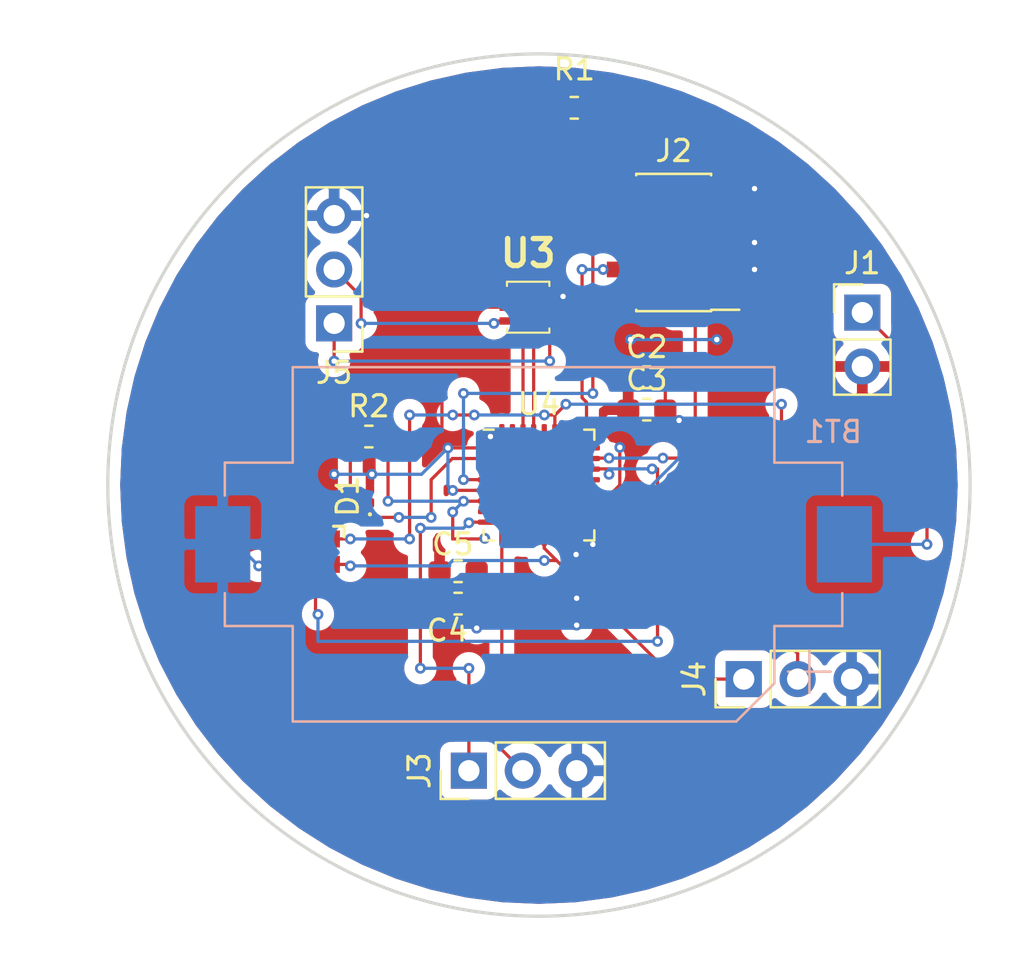
<source format=kicad_pcb>
(kicad_pcb (version 20171130) (host pcbnew "(5.1.0)-1")

  (general
    (thickness 1.6)
    (drawings 1)
    (tracks 223)
    (zones 0)
    (modules 16)
    (nets 38)
  )

  (page A4)
  (title_block
    (title "Light Sensor")
    (date 2019-03-17)
    (rev R001)
    (company "Indiana University")
    (comment 1 "Nathan Schellink")
    (comment 2 "Levi Beyers")
  )

  (layers
    (0 F.Cu signal)
    (31 B.Cu signal)
    (32 B.Adhes user)
    (33 F.Adhes user)
    (34 B.Paste user)
    (35 F.Paste user)
    (36 B.SilkS user)
    (37 F.SilkS user)
    (38 B.Mask user)
    (39 F.Mask user)
    (40 Dwgs.User user)
    (41 Cmts.User user)
    (42 Eco1.User user)
    (43 Eco2.User user)
    (44 Edge.Cuts user)
    (45 Margin user)
    (46 B.CrtYd user)
    (47 F.CrtYd user)
    (48 B.Fab user)
    (49 F.Fab user)
  )

  (setup
    (last_trace_width 0.1524)
    (trace_clearance 0.1524)
    (zone_clearance 0.508)
    (zone_45_only no)
    (trace_min 0.1524)
    (via_size 0.508)
    (via_drill 0.254)
    (via_min_size 0.508)
    (via_min_drill 0.254)
    (uvia_size 0.3)
    (uvia_drill 0.1)
    (uvias_allowed no)
    (uvia_min_size 0.2)
    (uvia_min_drill 0.1)
    (edge_width 0.15)
    (segment_width 0.2)
    (pcb_text_width 0.3)
    (pcb_text_size 1.5 1.5)
    (mod_edge_width 0.15)
    (mod_text_size 1 1)
    (mod_text_width 0.15)
    (pad_size 1.524 1.524)
    (pad_drill 0.762)
    (pad_to_mask_clearance 0.051)
    (solder_mask_min_width 0.25)
    (aux_axis_origin 0 0)
    (visible_elements 7FFFFFFF)
    (pcbplotparams
      (layerselection 0x010fc_ffffffff)
      (usegerberextensions false)
      (usegerberattributes false)
      (usegerberadvancedattributes false)
      (creategerberjobfile false)
      (excludeedgelayer true)
      (linewidth 0.100000)
      (plotframeref false)
      (viasonmask false)
      (mode 1)
      (useauxorigin false)
      (hpglpennumber 1)
      (hpglpenspeed 20)
      (hpglpendiameter 15.000000)
      (psnegative false)
      (psa4output false)
      (plotreference true)
      (plotvalue true)
      (plotinvisibletext false)
      (padsonsilk false)
      (subtractmaskfromsilk false)
      (outputformat 1)
      (mirror false)
      (drillshape 1)
      (scaleselection 1)
      (outputdirectory ""))
  )

  (net 0 "")
  (net 1 "Net-(D1-Pad1)")
  (net 2 VDD)
  (net 3 /SWDIO)
  (net 4 /RX)
  (net 5 /TX)
  (net 6 GND)
  (net 7 "Net-(J2-Pad10)")
  (net 8 /SCL)
  (net 9 /EVI)
  (net 10 /SWDCLK)
  (net 11 /SDA)
  (net 12 "Net-(J5-Pad2)")
  (net 13 "Net-(J5-Pad1)")
  (net 14 "Net-(R2-Pad2)")
  (net 15 /CLKOUT)
  (net 16 "Net-(C1-Pad6)")
  (net 17 "Net-(J2-Pad6)")
  (net 18 "Net-(J2-Pad7)")
  (net 19 "Net-(J2-Pad8)")
  (net 20 "Net-(U3-Pad2)")
  (net 21 "Net-(U3-Pad4)")
  (net 22 "Net-(U4-Pad3)")
  (net 23 "Net-(U4-Pad7)")
  (net 24 "Net-(U4-Pad10)")
  (net 25 "Net-(U4-Pad11)")
  (net 26 "Net-(U4-Pad12)")
  (net 27 "Net-(U4-Pad14)")
  (net 28 "Net-(U4-Pad15)")
  (net 29 "Net-(U4-Pad18)")
  (net 30 "Net-(U4-Pad19)")
  (net 31 "Net-(U4-Pad20)")
  (net 32 "Net-(U4-Pad21)")
  (net 33 "Net-(U4-Pad25)")
  (net 34 "Net-(U4-Pad26)")
  (net 35 "Net-(U4-Pad28)")
  (net 36 "Net-(U4-Pad31)")
  (net 37 "Net-(BT1-Pad1)")

  (net_class Default "This is the default net class."
    (clearance 0.1524)
    (trace_width 0.1524)
    (via_dia 0.508)
    (via_drill 0.254)
    (uvia_dia 0.3)
    (uvia_drill 0.1)
    (add_net /CLKOUT)
    (add_net /EVI)
    (add_net /RX)
    (add_net /SCL)
    (add_net /SDA)
    (add_net /SWDCLK)
    (add_net /SWDIO)
    (add_net /TX)
    (add_net GND)
    (add_net "Net-(BT1-Pad1)")
    (add_net "Net-(C1-Pad6)")
    (add_net "Net-(D1-Pad1)")
    (add_net "Net-(J2-Pad10)")
    (add_net "Net-(J2-Pad6)")
    (add_net "Net-(J2-Pad7)")
    (add_net "Net-(J2-Pad8)")
    (add_net "Net-(J5-Pad1)")
    (add_net "Net-(J5-Pad2)")
    (add_net "Net-(R2-Pad2)")
    (add_net "Net-(U3-Pad2)")
    (add_net "Net-(U3-Pad4)")
    (add_net "Net-(U4-Pad10)")
    (add_net "Net-(U4-Pad11)")
    (add_net "Net-(U4-Pad12)")
    (add_net "Net-(U4-Pad14)")
    (add_net "Net-(U4-Pad15)")
    (add_net "Net-(U4-Pad18)")
    (add_net "Net-(U4-Pad19)")
    (add_net "Net-(U4-Pad20)")
    (add_net "Net-(U4-Pad21)")
    (add_net "Net-(U4-Pad25)")
    (add_net "Net-(U4-Pad26)")
    (add_net "Net-(U4-Pad28)")
    (add_net "Net-(U4-Pad3)")
    (add_net "Net-(U4-Pad31)")
    (add_net "Net-(U4-Pad7)")
    (add_net VDD)
  )

  (module LED_SMD:LED_0201_0603Metric (layer F.Cu) (tedit 5B301BBE) (tstamp 5CCD35AC)
    (at 164.755 140.22 90)
    (descr "LED SMD 0201 (0603 Metric), square (rectangular) end terminal, IPC_7351 nominal, (Body size source: https://www.vishay.com/docs/20052/crcw0201e3.pdf), generated with kicad-footprint-generator")
    (tags LED)
    (path /5C76C3A7)
    (attr smd)
    (fp_text reference D1 (at 0 -1.05 90) (layer F.SilkS)
      (effects (font (size 1 1) (thickness 0.15)))
    )
    (fp_text value LED (at 0 1.05 90) (layer F.Fab)
      (effects (font (size 1 1) (thickness 0.15)))
    )
    (fp_circle (center -0.86 0) (end -0.81 0) (layer F.SilkS) (width 0.1))
    (fp_line (start -0.3 0.15) (end -0.3 -0.15) (layer F.Fab) (width 0.1))
    (fp_line (start -0.3 -0.15) (end 0.3 -0.15) (layer F.Fab) (width 0.1))
    (fp_line (start 0.3 -0.15) (end 0.3 0.15) (layer F.Fab) (width 0.1))
    (fp_line (start 0.3 0.15) (end -0.3 0.15) (layer F.Fab) (width 0.1))
    (fp_line (start -0.2 0.15) (end -0.2 -0.15) (layer F.Fab) (width 0.1))
    (fp_line (start -0.1 0.15) (end -0.1 -0.15) (layer F.Fab) (width 0.1))
    (fp_line (start -0.7 0.35) (end -0.7 -0.35) (layer F.CrtYd) (width 0.05))
    (fp_line (start -0.7 -0.35) (end 0.7 -0.35) (layer F.CrtYd) (width 0.05))
    (fp_line (start 0.7 -0.35) (end 0.7 0.35) (layer F.CrtYd) (width 0.05))
    (fp_line (start 0.7 0.35) (end -0.7 0.35) (layer F.CrtYd) (width 0.05))
    (fp_text user %R (at 0 -0.68 90) (layer F.Fab)
      (effects (font (size 0.25 0.25) (thickness 0.04)))
    )
    (pad "" smd roundrect (at -0.345 0 90) (size 0.318 0.36) (layers F.Paste) (roundrect_rratio 0.25))
    (pad "" smd roundrect (at 0.345 0 90) (size 0.318 0.36) (layers F.Paste) (roundrect_rratio 0.25))
    (pad 1 smd roundrect (at -0.32 0 90) (size 0.46 0.4) (layers F.Cu F.Mask) (roundrect_rratio 0.25)
      (net 1 "Net-(D1-Pad1)"))
    (pad 2 smd roundrect (at 0.32 0 90) (size 0.46 0.4) (layers F.Cu F.Mask) (roundrect_rratio 0.25)
      (net 2 VDD))
    (model ${KISYS3DMOD}/LED_SMD.3dshapes/LED_0201_0603Metric.wrl
      (at (xyz 0 0 0))
      (scale (xyz 1 1 1))
      (rotate (xyz 0 0 0))
    )
  )

  (module Connector_PinHeader_2.54mm:PinHeader_1x02_P2.54mm_Vertical (layer F.Cu) (tedit 59FED5CC) (tstamp 5CCD35C2)
    (at 187.96 131.572)
    (descr "Through hole straight pin header, 1x02, 2.54mm pitch, single row")
    (tags "Through hole pin header THT 1x02 2.54mm single row")
    (path /5C7B7A1E)
    (fp_text reference J1 (at 0 -2.33) (layer F.SilkS)
      (effects (font (size 1 1) (thickness 0.15)))
    )
    (fp_text value Conn_01x02_Male (at 0 4.87) (layer F.Fab)
      (effects (font (size 1 1) (thickness 0.15)))
    )
    (fp_text user %R (at 0 1.27 90) (layer F.Fab)
      (effects (font (size 1 1) (thickness 0.15)))
    )
    (fp_line (start 1.8 -1.8) (end -1.8 -1.8) (layer F.CrtYd) (width 0.05))
    (fp_line (start 1.8 4.35) (end 1.8 -1.8) (layer F.CrtYd) (width 0.05))
    (fp_line (start -1.8 4.35) (end 1.8 4.35) (layer F.CrtYd) (width 0.05))
    (fp_line (start -1.8 -1.8) (end -1.8 4.35) (layer F.CrtYd) (width 0.05))
    (fp_line (start -1.33 -1.33) (end 0 -1.33) (layer F.SilkS) (width 0.12))
    (fp_line (start -1.33 0) (end -1.33 -1.33) (layer F.SilkS) (width 0.12))
    (fp_line (start -1.33 1.27) (end 1.33 1.27) (layer F.SilkS) (width 0.12))
    (fp_line (start 1.33 1.27) (end 1.33 3.87) (layer F.SilkS) (width 0.12))
    (fp_line (start -1.33 1.27) (end -1.33 3.87) (layer F.SilkS) (width 0.12))
    (fp_line (start -1.33 3.87) (end 1.33 3.87) (layer F.SilkS) (width 0.12))
    (fp_line (start -1.27 -0.635) (end -0.635 -1.27) (layer F.Fab) (width 0.1))
    (fp_line (start -1.27 3.81) (end -1.27 -0.635) (layer F.Fab) (width 0.1))
    (fp_line (start 1.27 3.81) (end -1.27 3.81) (layer F.Fab) (width 0.1))
    (fp_line (start 1.27 -1.27) (end 1.27 3.81) (layer F.Fab) (width 0.1))
    (fp_line (start -0.635 -1.27) (end 1.27 -1.27) (layer F.Fab) (width 0.1))
    (pad 2 thru_hole oval (at 0 2.54) (size 1.7 1.7) (drill 1) (layers *.Cu *.Mask)
      (net 2 VDD))
    (pad 1 thru_hole rect (at 0 0) (size 1.7 1.7) (drill 1) (layers *.Cu *.Mask)
      (net 37 "Net-(BT1-Pad1)"))
    (model ${KISYS3DMOD}/Connector_PinHeader_2.54mm.3dshapes/PinHeader_1x02_P2.54mm_Vertical.wrl
      (at (xyz 0 0 0))
      (scale (xyz 1 1 1))
      (rotate (xyz 0 0 0))
    )
  )

  (module Resistor_SMD:R_0603_1608Metric_Pad1.05x0.95mm_HandSolder (layer F.Cu) (tedit 5B301BBD) (tstamp 5CCD360B)
    (at 174.385 121.92)
    (descr "Resistor SMD 0603 (1608 Metric), square (rectangular) end terminal, IPC_7351 nominal with elongated pad for handsoldering. (Body size source: http://www.tortai-tech.com/upload/download/2011102023233369053.pdf), generated with kicad-footprint-generator")
    (tags "resistor handsolder")
    (path /5C7C3C1F)
    (attr smd)
    (fp_text reference R1 (at 0 -1.815001) (layer F.SilkS)
      (effects (font (size 1 1) (thickness 0.15)))
    )
    (fp_text value R_US (at 0 1.43) (layer F.Fab)
      (effects (font (size 1 1) (thickness 0.15)))
    )
    (fp_line (start -0.8 0.4) (end -0.8 -0.4) (layer F.Fab) (width 0.1))
    (fp_line (start -0.8 -0.4) (end 0.8 -0.4) (layer F.Fab) (width 0.1))
    (fp_line (start 0.8 -0.4) (end 0.8 0.4) (layer F.Fab) (width 0.1))
    (fp_line (start 0.8 0.4) (end -0.8 0.4) (layer F.Fab) (width 0.1))
    (fp_line (start -0.171267 -0.51) (end 0.171267 -0.51) (layer F.SilkS) (width 0.12))
    (fp_line (start -0.171267 0.51) (end 0.171267 0.51) (layer F.SilkS) (width 0.12))
    (fp_line (start -1.65 0.73) (end -1.65 -0.73) (layer F.CrtYd) (width 0.05))
    (fp_line (start -1.65 -0.73) (end 1.65 -0.73) (layer F.CrtYd) (width 0.05))
    (fp_line (start 1.65 -0.73) (end 1.65 0.73) (layer F.CrtYd) (width 0.05))
    (fp_line (start 1.65 0.73) (end -1.65 0.73) (layer F.CrtYd) (width 0.05))
    (fp_text user %R (at 0 0) (layer F.Fab)
      (effects (font (size 0.4 0.4) (thickness 0.06)))
    )
    (pad 1 smd roundrect (at -0.875 0) (size 1.05 0.95) (layers F.Cu F.Paste F.Mask) (roundrect_rratio 0.25)
      (net 2 VDD))
    (pad 2 smd roundrect (at 0.875 0) (size 1.05 0.95) (layers F.Cu F.Paste F.Mask) (roundrect_rratio 0.25)
      (net 7 "Net-(J2-Pad10)"))
    (model ${KISYS3DMOD}/Resistor_SMD.3dshapes/R_0603_1608Metric.wrl
      (at (xyz 0 0 0))
      (scale (xyz 1 1 1))
      (rotate (xyz 0 0 0))
    )
  )

  (module Resistor_SMD:R_0603_1608Metric_Pad1.05x0.95mm_HandSolder (layer F.Cu) (tedit 5B301BBD) (tstamp 5CCD361C)
    (at 164.705 137.414)
    (descr "Resistor SMD 0603 (1608 Metric), square (rectangular) end terminal, IPC_7351 nominal with elongated pad for handsoldering. (Body size source: http://www.tortai-tech.com/upload/download/2011102023233369053.pdf), generated with kicad-footprint-generator")
    (tags "resistor handsolder")
    (path /5C7CC51A)
    (attr smd)
    (fp_text reference R2 (at 0 -1.43) (layer F.SilkS)
      (effects (font (size 1 1) (thickness 0.15)))
    )
    (fp_text value R_US (at 0 1.43) (layer F.Fab)
      (effects (font (size 1 1) (thickness 0.15)))
    )
    (fp_text user %R (at 0 0) (layer F.Fab)
      (effects (font (size 0.4 0.4) (thickness 0.06)))
    )
    (fp_line (start 1.65 0.73) (end -1.65 0.73) (layer F.CrtYd) (width 0.05))
    (fp_line (start 1.65 -0.73) (end 1.65 0.73) (layer F.CrtYd) (width 0.05))
    (fp_line (start -1.65 -0.73) (end 1.65 -0.73) (layer F.CrtYd) (width 0.05))
    (fp_line (start -1.65 0.73) (end -1.65 -0.73) (layer F.CrtYd) (width 0.05))
    (fp_line (start -0.171267 0.51) (end 0.171267 0.51) (layer F.SilkS) (width 0.12))
    (fp_line (start -0.171267 -0.51) (end 0.171267 -0.51) (layer F.SilkS) (width 0.12))
    (fp_line (start 0.8 0.4) (end -0.8 0.4) (layer F.Fab) (width 0.1))
    (fp_line (start 0.8 -0.4) (end 0.8 0.4) (layer F.Fab) (width 0.1))
    (fp_line (start -0.8 -0.4) (end 0.8 -0.4) (layer F.Fab) (width 0.1))
    (fp_line (start -0.8 0.4) (end -0.8 -0.4) (layer F.Fab) (width 0.1))
    (pad 2 smd roundrect (at 0.875 0) (size 1.05 0.95) (layers F.Cu F.Paste F.Mask) (roundrect_rratio 0.25)
      (net 14 "Net-(R2-Pad2)"))
    (pad 1 smd roundrect (at -0.875 0) (size 1.05 0.95) (layers F.Cu F.Paste F.Mask) (roundrect_rratio 0.25)
      (net 1 "Net-(D1-Pad1)"))
    (model ${KISYS3DMOD}/Resistor_SMD.3dshapes/R_0603_1608Metric.wrl
      (at (xyz 0 0 0))
      (scale (xyz 1 1 1))
      (rotate (xyz 0 0 0))
    )
  )

  (module Package_DFN_QFN:QFN-32-1EP_5x5mm_P0.5mm_EP3.45x3.45mm (layer F.Cu) (tedit 5B4E85CE) (tstamp 5CCD3690)
    (at 172.72 139.7)
    (descr "QFN, 32 Pin (http://www.analog.com/media/en/package-pcb-resources/package/pkg_pdf/ltc-legacy-qfn/QFN_32_05-08-1693.pdf), generated with kicad-footprint-generator ipc_dfn_qfn_generator.py")
    (tags "QFN DFN_QFN")
    (path /5C76B6F7)
    (attr smd)
    (fp_text reference U4 (at 0 -3.82) (layer F.SilkS)
      (effects (font (size 1 1) (thickness 0.15)))
    )
    (fp_text value STM32L432KCUx (at 0 3.82) (layer F.Fab)
      (effects (font (size 1 1) (thickness 0.15)))
    )
    (fp_line (start 2.135 -2.61) (end 2.61 -2.61) (layer F.SilkS) (width 0.12))
    (fp_line (start 2.61 -2.61) (end 2.61 -2.135) (layer F.SilkS) (width 0.12))
    (fp_line (start -2.135 2.61) (end -2.61 2.61) (layer F.SilkS) (width 0.12))
    (fp_line (start -2.61 2.61) (end -2.61 2.135) (layer F.SilkS) (width 0.12))
    (fp_line (start 2.135 2.61) (end 2.61 2.61) (layer F.SilkS) (width 0.12))
    (fp_line (start 2.61 2.61) (end 2.61 2.135) (layer F.SilkS) (width 0.12))
    (fp_line (start -2.135 -2.61) (end -2.61 -2.61) (layer F.SilkS) (width 0.12))
    (fp_line (start -1.5 -2.5) (end 2.5 -2.5) (layer F.Fab) (width 0.1))
    (fp_line (start 2.5 -2.5) (end 2.5 2.5) (layer F.Fab) (width 0.1))
    (fp_line (start 2.5 2.5) (end -2.5 2.5) (layer F.Fab) (width 0.1))
    (fp_line (start -2.5 2.5) (end -2.5 -1.5) (layer F.Fab) (width 0.1))
    (fp_line (start -2.5 -1.5) (end -1.5 -2.5) (layer F.Fab) (width 0.1))
    (fp_line (start -3.12 -3.12) (end -3.12 3.12) (layer F.CrtYd) (width 0.05))
    (fp_line (start -3.12 3.12) (end 3.12 3.12) (layer F.CrtYd) (width 0.05))
    (fp_line (start 3.12 3.12) (end 3.12 -3.12) (layer F.CrtYd) (width 0.05))
    (fp_line (start 3.12 -3.12) (end -3.12 -3.12) (layer F.CrtYd) (width 0.05))
    (fp_text user %R (at 0 0) (layer F.Fab)
      (effects (font (size 1 1) (thickness 0.15)))
    )
    (pad 33 smd roundrect (at 0 0) (size 3.45 3.45) (layers F.Cu F.Mask) (roundrect_rratio 0.072464)
      (net 6 GND))
    (pad "" smd roundrect (at -1.15 -1.15) (size 0.93 0.93) (layers F.Paste) (roundrect_rratio 0.25))
    (pad "" smd roundrect (at -1.15 0) (size 0.93 0.93) (layers F.Paste) (roundrect_rratio 0.25))
    (pad "" smd roundrect (at -1.15 1.15) (size 0.93 0.93) (layers F.Paste) (roundrect_rratio 0.25))
    (pad "" smd roundrect (at 0 -1.15) (size 0.93 0.93) (layers F.Paste) (roundrect_rratio 0.25))
    (pad "" smd roundrect (at 0 0) (size 0.93 0.93) (layers F.Paste) (roundrect_rratio 0.25))
    (pad "" smd roundrect (at 0 1.15) (size 0.93 0.93) (layers F.Paste) (roundrect_rratio 0.25))
    (pad "" smd roundrect (at 1.15 -1.15) (size 0.93 0.93) (layers F.Paste) (roundrect_rratio 0.25))
    (pad "" smd roundrect (at 1.15 0) (size 0.93 0.93) (layers F.Paste) (roundrect_rratio 0.25))
    (pad "" smd roundrect (at 1.15 1.15) (size 0.93 0.93) (layers F.Paste) (roundrect_rratio 0.25))
    (pad 1 smd roundrect (at -2.4375 -1.75) (size 0.875 0.25) (layers F.Cu F.Paste F.Mask) (roundrect_rratio 0.25)
      (net 2 VDD))
    (pad 2 smd roundrect (at -2.4375 -1.25) (size 0.875 0.25) (layers F.Cu F.Paste F.Mask) (roundrect_rratio 0.25)
      (net 15 /CLKOUT))
    (pad 3 smd roundrect (at -2.4375 -0.75) (size 0.875 0.25) (layers F.Cu F.Paste F.Mask) (roundrect_rratio 0.25)
      (net 22 "Net-(U4-Pad3)"))
    (pad 4 smd roundrect (at -2.4375 -0.25) (size 0.875 0.25) (layers F.Cu F.Paste F.Mask) (roundrect_rratio 0.25)
      (net 7 "Net-(J2-Pad10)"))
    (pad 5 smd roundrect (at -2.4375 0.25) (size 0.875 0.25) (layers F.Cu F.Paste F.Mask) (roundrect_rratio 0.25)
      (net 2 VDD))
    (pad 6 smd roundrect (at -2.4375 0.75) (size 0.875 0.25) (layers F.Cu F.Paste F.Mask) (roundrect_rratio 0.25)
      (net 14 "Net-(R2-Pad2)"))
    (pad 7 smd roundrect (at -2.4375 1.25) (size 0.875 0.25) (layers F.Cu F.Paste F.Mask) (roundrect_rratio 0.25)
      (net 23 "Net-(U4-Pad7)"))
    (pad 8 smd roundrect (at -2.4375 1.75) (size 0.875 0.25) (layers F.Cu F.Paste F.Mask) (roundrect_rratio 0.25)
      (net 5 /TX))
    (pad 9 smd roundrect (at -1.75 2.4375) (size 0.25 0.875) (layers F.Cu F.Paste F.Mask) (roundrect_rratio 0.25)
      (net 4 /RX))
    (pad 10 smd roundrect (at -1.25 2.4375) (size 0.25 0.875) (layers F.Cu F.Paste F.Mask) (roundrect_rratio 0.25)
      (net 24 "Net-(U4-Pad10)"))
    (pad 11 smd roundrect (at -0.75 2.4375) (size 0.25 0.875) (layers F.Cu F.Paste F.Mask) (roundrect_rratio 0.25)
      (net 25 "Net-(U4-Pad11)"))
    (pad 12 smd roundrect (at -0.25 2.4375) (size 0.25 0.875) (layers F.Cu F.Paste F.Mask) (roundrect_rratio 0.25)
      (net 26 "Net-(U4-Pad12)"))
    (pad 13 smd roundrect (at 0.25 2.4375) (size 0.25 0.875) (layers F.Cu F.Paste F.Mask) (roundrect_rratio 0.25)
      (net 8 /SCL))
    (pad 14 smd roundrect (at 0.75 2.4375) (size 0.25 0.875) (layers F.Cu F.Paste F.Mask) (roundrect_rratio 0.25)
      (net 27 "Net-(U4-Pad14)"))
    (pad 15 smd roundrect (at 1.25 2.4375) (size 0.25 0.875) (layers F.Cu F.Paste F.Mask) (roundrect_rratio 0.25)
      (net 28 "Net-(U4-Pad15)"))
    (pad 16 smd roundrect (at 1.75 2.4375) (size 0.25 0.875) (layers F.Cu F.Paste F.Mask) (roundrect_rratio 0.25)
      (net 6 GND))
    (pad 17 smd roundrect (at 2.4375 1.75) (size 0.875 0.25) (layers F.Cu F.Paste F.Mask) (roundrect_rratio 0.25)
      (net 2 VDD))
    (pad 18 smd roundrect (at 2.4375 1.25) (size 0.875 0.25) (layers F.Cu F.Paste F.Mask) (roundrect_rratio 0.25)
      (net 29 "Net-(U4-Pad18)"))
    (pad 19 smd roundrect (at 2.4375 0.75) (size 0.875 0.25) (layers F.Cu F.Paste F.Mask) (roundrect_rratio 0.25)
      (net 30 "Net-(U4-Pad19)"))
    (pad 20 smd roundrect (at 2.4375 0.25) (size 0.875 0.25) (layers F.Cu F.Paste F.Mask) (roundrect_rratio 0.25)
      (net 31 "Net-(U4-Pad20)"))
    (pad 21 smd roundrect (at 2.4375 -0.25) (size 0.875 0.25) (layers F.Cu F.Paste F.Mask) (roundrect_rratio 0.25)
      (net 32 "Net-(U4-Pad21)"))
    (pad 22 smd roundrect (at 2.4375 -0.75) (size 0.875 0.25) (layers F.Cu F.Paste F.Mask) (roundrect_rratio 0.25)
      (net 9 /EVI))
    (pad 23 smd roundrect (at 2.4375 -1.25) (size 0.875 0.25) (layers F.Cu F.Paste F.Mask) (roundrect_rratio 0.25)
      (net 3 /SWDIO))
    (pad 24 smd roundrect (at 2.4375 -1.75) (size 0.875 0.25) (layers F.Cu F.Paste F.Mask) (roundrect_rratio 0.25)
      (net 10 /SWDCLK))
    (pad 25 smd roundrect (at 1.75 -2.4375) (size 0.25 0.875) (layers F.Cu F.Paste F.Mask) (roundrect_rratio 0.25)
      (net 33 "Net-(U4-Pad25)"))
    (pad 26 smd roundrect (at 1.25 -2.4375) (size 0.25 0.875) (layers F.Cu F.Paste F.Mask) (roundrect_rratio 0.25)
      (net 34 "Net-(U4-Pad26)"))
    (pad 27 smd roundrect (at 0.75 -2.4375) (size 0.25 0.875) (layers F.Cu F.Paste F.Mask) (roundrect_rratio 0.25)
      (net 11 /SDA))
    (pad 28 smd roundrect (at 0.25 -2.4375) (size 0.25 0.875) (layers F.Cu F.Paste F.Mask) (roundrect_rratio 0.25)
      (net 35 "Net-(U4-Pad28)"))
    (pad 29 smd roundrect (at -0.25 -2.4375) (size 0.25 0.875) (layers F.Cu F.Paste F.Mask) (roundrect_rratio 0.25)
      (net 13 "Net-(J5-Pad1)"))
    (pad 30 smd roundrect (at -0.75 -2.4375) (size 0.25 0.875) (layers F.Cu F.Paste F.Mask) (roundrect_rratio 0.25)
      (net 12 "Net-(J5-Pad2)"))
    (pad 31 smd roundrect (at -1.25 -2.4375) (size 0.25 0.875) (layers F.Cu F.Paste F.Mask) (roundrect_rratio 0.25)
      (net 36 "Net-(U4-Pad31)"))
    (pad 32 smd roundrect (at -1.75 -2.4375) (size 0.25 0.875) (layers F.Cu F.Paste F.Mask) (roundrect_rratio 0.25)
      (net 6 GND))
    (model ${KISYS3DMOD}/Package_DFN_QFN.3dshapes/QFN-32-1EP_5x5mm_P0.5mm_EP3.45x3.45mm.wrl
      (at (xyz 0 0 0))
      (scale (xyz 1 1 1))
      (rotate (xyz 0 0 0))
    )
  )

  (module Connector_PinHeader_1.27mm:PinHeader_2x05_P1.27mm_Vertical_SMD (layer F.Cu) (tedit 59FED6E3) (tstamp 5C9DE13B)
    (at 179.07 128.27 180)
    (descr "surface-mounted straight pin header, 2x05, 1.27mm pitch, double rows")
    (tags "Surface mounted pin header SMD 2x05 1.27mm double row")
    (path /5C76BF30)
    (attr smd)
    (fp_text reference J2 (at 0 4.318 180) (layer F.SilkS)
      (effects (font (size 1 1) (thickness 0.15)))
    )
    (fp_text value Conn_ARM_JTAG_SWD_10 (at 0 4.235 180) (layer F.Fab)
      (effects (font (size 1 1) (thickness 0.15)))
    )
    (fp_line (start 1.705 3.175) (end -1.705 3.175) (layer F.Fab) (width 0.1))
    (fp_line (start -1.27 -3.175) (end 1.705 -3.175) (layer F.Fab) (width 0.1))
    (fp_line (start -1.705 3.175) (end -1.705 -2.74) (layer F.Fab) (width 0.1))
    (fp_line (start -1.705 -2.74) (end -1.27 -3.175) (layer F.Fab) (width 0.1))
    (fp_line (start 1.705 -3.175) (end 1.705 3.175) (layer F.Fab) (width 0.1))
    (fp_line (start -1.705 -2.74) (end -2.75 -2.74) (layer F.Fab) (width 0.1))
    (fp_line (start -2.75 -2.74) (end -2.75 -2.34) (layer F.Fab) (width 0.1))
    (fp_line (start -2.75 -2.34) (end -1.705 -2.34) (layer F.Fab) (width 0.1))
    (fp_line (start 1.705 -2.74) (end 2.75 -2.74) (layer F.Fab) (width 0.1))
    (fp_line (start 2.75 -2.74) (end 2.75 -2.34) (layer F.Fab) (width 0.1))
    (fp_line (start 2.75 -2.34) (end 1.705 -2.34) (layer F.Fab) (width 0.1))
    (fp_line (start -1.705 -1.47) (end -2.75 -1.47) (layer F.Fab) (width 0.1))
    (fp_line (start -2.75 -1.47) (end -2.75 -1.07) (layer F.Fab) (width 0.1))
    (fp_line (start -2.75 -1.07) (end -1.705 -1.07) (layer F.Fab) (width 0.1))
    (fp_line (start 1.705 -1.47) (end 2.75 -1.47) (layer F.Fab) (width 0.1))
    (fp_line (start 2.75 -1.47) (end 2.75 -1.07) (layer F.Fab) (width 0.1))
    (fp_line (start 2.75 -1.07) (end 1.705 -1.07) (layer F.Fab) (width 0.1))
    (fp_line (start -1.705 -0.2) (end -2.75 -0.2) (layer F.Fab) (width 0.1))
    (fp_line (start -2.75 -0.2) (end -2.75 0.2) (layer F.Fab) (width 0.1))
    (fp_line (start -2.75 0.2) (end -1.705 0.2) (layer F.Fab) (width 0.1))
    (fp_line (start 1.705 -0.2) (end 2.75 -0.2) (layer F.Fab) (width 0.1))
    (fp_line (start 2.75 -0.2) (end 2.75 0.2) (layer F.Fab) (width 0.1))
    (fp_line (start 2.75 0.2) (end 1.705 0.2) (layer F.Fab) (width 0.1))
    (fp_line (start -1.705 1.07) (end -2.75 1.07) (layer F.Fab) (width 0.1))
    (fp_line (start -2.75 1.07) (end -2.75 1.47) (layer F.Fab) (width 0.1))
    (fp_line (start -2.75 1.47) (end -1.705 1.47) (layer F.Fab) (width 0.1))
    (fp_line (start 1.705 1.07) (end 2.75 1.07) (layer F.Fab) (width 0.1))
    (fp_line (start 2.75 1.07) (end 2.75 1.47) (layer F.Fab) (width 0.1))
    (fp_line (start 2.75 1.47) (end 1.705 1.47) (layer F.Fab) (width 0.1))
    (fp_line (start -1.705 2.34) (end -2.75 2.34) (layer F.Fab) (width 0.1))
    (fp_line (start -2.75 2.34) (end -2.75 2.74) (layer F.Fab) (width 0.1))
    (fp_line (start -2.75 2.74) (end -1.705 2.74) (layer F.Fab) (width 0.1))
    (fp_line (start 1.705 2.34) (end 2.75 2.34) (layer F.Fab) (width 0.1))
    (fp_line (start 2.75 2.34) (end 2.75 2.74) (layer F.Fab) (width 0.1))
    (fp_line (start 2.75 2.74) (end 1.705 2.74) (layer F.Fab) (width 0.1))
    (fp_line (start -1.765 -3.235) (end 1.765 -3.235) (layer F.SilkS) (width 0.12))
    (fp_line (start -1.765 3.235) (end 1.765 3.235) (layer F.SilkS) (width 0.12))
    (fp_line (start -3.09 -3.17) (end -1.765 -3.17) (layer F.SilkS) (width 0.12))
    (fp_line (start -1.765 -3.235) (end -1.765 -3.17) (layer F.SilkS) (width 0.12))
    (fp_line (start 1.765 -3.235) (end 1.765 -3.17) (layer F.SilkS) (width 0.12))
    (fp_line (start -1.765 3.17) (end -1.765 3.235) (layer F.SilkS) (width 0.12))
    (fp_line (start 1.765 3.17) (end 1.765 3.235) (layer F.SilkS) (width 0.12))
    (fp_line (start -4.3 -3.7) (end -4.3 3.7) (layer F.CrtYd) (width 0.05))
    (fp_line (start -4.3 3.7) (end 4.3 3.7) (layer F.CrtYd) (width 0.05))
    (fp_line (start 4.3 3.7) (end 4.3 -3.7) (layer F.CrtYd) (width 0.05))
    (fp_line (start 4.3 -3.7) (end -4.3 -3.7) (layer F.CrtYd) (width 0.05))
    (fp_text user %R (at 0 0 270) (layer F.Fab)
      (effects (font (size 1 1) (thickness 0.15)))
    )
    (pad 1 smd rect (at -1.95 -2.54 180) (size 2.4 0.74) (layers F.Cu F.Paste F.Mask)
      (net 2 VDD))
    (pad 2 smd rect (at 1.95 -2.54 180) (size 2.4 0.74) (layers F.Cu F.Paste F.Mask)
      (net 3 /SWDIO))
    (pad 3 smd rect (at -1.95 -1.27 180) (size 2.4 0.74) (layers F.Cu F.Paste F.Mask)
      (net 6 GND))
    (pad 4 smd rect (at 1.95 -1.27 180) (size 2.4 0.74) (layers F.Cu F.Paste F.Mask)
      (net 10 /SWDCLK))
    (pad 5 smd rect (at -1.95 0 180) (size 2.4 0.74) (layers F.Cu F.Paste F.Mask)
      (net 6 GND))
    (pad 6 smd rect (at 1.95 0 180) (size 2.4 0.74) (layers F.Cu F.Paste F.Mask)
      (net 17 "Net-(J2-Pad6)"))
    (pad 7 smd rect (at -1.95 1.27 180) (size 2.4 0.74) (layers F.Cu F.Paste F.Mask)
      (net 18 "Net-(J2-Pad7)"))
    (pad 8 smd rect (at 1.95 1.27 180) (size 2.4 0.74) (layers F.Cu F.Paste F.Mask)
      (net 19 "Net-(J2-Pad8)"))
    (pad 9 smd rect (at -1.95 2.54 180) (size 2.4 0.74) (layers F.Cu F.Paste F.Mask)
      (net 6 GND))
    (pad 10 smd rect (at 1.95 2.54 180) (size 2.4 0.74) (layers F.Cu F.Paste F.Mask)
      (net 7 "Net-(J2-Pad10)"))
    (model ${KISYS3DMOD}/Connector_PinHeader_1.27mm.3dshapes/PinHeader_2x05_P1.27mm_Vertical_SMD.wrl
      (at (xyz 0 0 0))
      (scale (xyz 1 1 1))
      (rotate (xyz 0 0 0))
    )
  )

  (module Capacitor_SMD:C_0603_1608Metric_Pad1.05x0.95mm_HandSolder (layer F.Cu) (tedit 5B301BBE) (tstamp 5C9E33A5)
    (at 177.8 134.62)
    (descr "Capacitor SMD 0603 (1608 Metric), square (rectangular) end terminal, IPC_7351 nominal with elongated pad for handsoldering. (Body size source: http://www.tortai-tech.com/upload/download/2011102023233369053.pdf), generated with kicad-footprint-generator")
    (tags "capacitor handsolder")
    (path /5C91FF90)
    (attr smd)
    (fp_text reference C2 (at 0 -1.43) (layer F.SilkS)
      (effects (font (size 1 1) (thickness 0.15)))
    )
    (fp_text value C (at 0 1.43) (layer F.Fab)
      (effects (font (size 1 1) (thickness 0.15)))
    )
    (fp_text user %R (at 0 0) (layer F.Fab)
      (effects (font (size 0.4 0.4) (thickness 0.06)))
    )
    (fp_line (start 1.65 0.73) (end -1.65 0.73) (layer F.CrtYd) (width 0.05))
    (fp_line (start 1.65 -0.73) (end 1.65 0.73) (layer F.CrtYd) (width 0.05))
    (fp_line (start -1.65 -0.73) (end 1.65 -0.73) (layer F.CrtYd) (width 0.05))
    (fp_line (start -1.65 0.73) (end -1.65 -0.73) (layer F.CrtYd) (width 0.05))
    (fp_line (start -0.171267 0.51) (end 0.171267 0.51) (layer F.SilkS) (width 0.12))
    (fp_line (start -0.171267 -0.51) (end 0.171267 -0.51) (layer F.SilkS) (width 0.12))
    (fp_line (start 0.8 0.4) (end -0.8 0.4) (layer F.Fab) (width 0.1))
    (fp_line (start 0.8 -0.4) (end 0.8 0.4) (layer F.Fab) (width 0.1))
    (fp_line (start -0.8 -0.4) (end 0.8 -0.4) (layer F.Fab) (width 0.1))
    (fp_line (start -0.8 0.4) (end -0.8 -0.4) (layer F.Fab) (width 0.1))
    (pad 2 smd roundrect (at 0.875 0) (size 1.05 0.95) (layers F.Cu F.Paste F.Mask) (roundrect_rratio 0.25)
      (net 6 GND))
    (pad 1 smd roundrect (at -0.875 0) (size 1.05 0.95) (layers F.Cu F.Paste F.Mask) (roundrect_rratio 0.25)
      (net 2 VDD))
    (model ${KISYS3DMOD}/Capacitor_SMD.3dshapes/C_0603_1608Metric.wrl
      (at (xyz 0 0 0))
      (scale (xyz 1 1 1))
      (rotate (xyz 0 0 0))
    )
  )

  (module Capacitor_SMD:C_0603_1608Metric_Pad1.05x0.95mm_HandSolder (layer F.Cu) (tedit 5B301BBE) (tstamp 5C9E33B6)
    (at 177.8 136.144)
    (descr "Capacitor SMD 0603 (1608 Metric), square (rectangular) end terminal, IPC_7351 nominal with elongated pad for handsoldering. (Body size source: http://www.tortai-tech.com/upload/download/2011102023233369053.pdf), generated with kicad-footprint-generator")
    (tags "capacitor handsolder")
    (path /5C91FEEA)
    (attr smd)
    (fp_text reference C3 (at 0 -1.43) (layer F.SilkS)
      (effects (font (size 1 1) (thickness 0.15)))
    )
    (fp_text value C (at 0 1.43) (layer F.Fab)
      (effects (font (size 1 1) (thickness 0.15)))
    )
    (fp_text user %R (at 0 0) (layer F.Fab)
      (effects (font (size 0.4 0.4) (thickness 0.06)))
    )
    (fp_line (start 1.65 0.73) (end -1.65 0.73) (layer F.CrtYd) (width 0.05))
    (fp_line (start 1.65 -0.73) (end 1.65 0.73) (layer F.CrtYd) (width 0.05))
    (fp_line (start -1.65 -0.73) (end 1.65 -0.73) (layer F.CrtYd) (width 0.05))
    (fp_line (start -1.65 0.73) (end -1.65 -0.73) (layer F.CrtYd) (width 0.05))
    (fp_line (start -0.171267 0.51) (end 0.171267 0.51) (layer F.SilkS) (width 0.12))
    (fp_line (start -0.171267 -0.51) (end 0.171267 -0.51) (layer F.SilkS) (width 0.12))
    (fp_line (start 0.8 0.4) (end -0.8 0.4) (layer F.Fab) (width 0.1))
    (fp_line (start 0.8 -0.4) (end 0.8 0.4) (layer F.Fab) (width 0.1))
    (fp_line (start -0.8 -0.4) (end 0.8 -0.4) (layer F.Fab) (width 0.1))
    (fp_line (start -0.8 0.4) (end -0.8 -0.4) (layer F.Fab) (width 0.1))
    (pad 2 smd roundrect (at 0.875 0) (size 1.05 0.95) (layers F.Cu F.Paste F.Mask) (roundrect_rratio 0.25)
      (net 6 GND))
    (pad 1 smd roundrect (at -0.875 0) (size 1.05 0.95) (layers F.Cu F.Paste F.Mask) (roundrect_rratio 0.25)
      (net 2 VDD))
    (model ${KISYS3DMOD}/Capacitor_SMD.3dshapes/C_0603_1608Metric.wrl
      (at (xyz 0 0 0))
      (scale (xyz 1 1 1))
      (rotate (xyz 0 0 0))
    )
  )

  (module Capacitor_SMD:C_0603_1608Metric_Pad1.05x0.95mm_HandSolder (layer F.Cu) (tedit 5B301BBE) (tstamp 5C9E33C7)
    (at 168.91 145.288)
    (descr "Capacitor SMD 0603 (1608 Metric), square (rectangular) end terminal, IPC_7351 nominal with elongated pad for handsoldering. (Body size source: http://www.tortai-tech.com/upload/download/2011102023233369053.pdf), generated with kicad-footprint-generator")
    (tags "capacitor handsolder")
    (path /5C91F430)
    (attr smd)
    (fp_text reference C4 (at -0.508 1.27) (layer F.SilkS)
      (effects (font (size 1 1) (thickness 0.15)))
    )
    (fp_text value C (at 0 1.43) (layer F.Fab)
      (effects (font (size 1 1) (thickness 0.15)))
    )
    (fp_line (start -0.8 0.4) (end -0.8 -0.4) (layer F.Fab) (width 0.1))
    (fp_line (start -0.8 -0.4) (end 0.8 -0.4) (layer F.Fab) (width 0.1))
    (fp_line (start 0.8 -0.4) (end 0.8 0.4) (layer F.Fab) (width 0.1))
    (fp_line (start 0.8 0.4) (end -0.8 0.4) (layer F.Fab) (width 0.1))
    (fp_line (start -0.171267 -0.51) (end 0.171267 -0.51) (layer F.SilkS) (width 0.12))
    (fp_line (start -0.171267 0.51) (end 0.171267 0.51) (layer F.SilkS) (width 0.12))
    (fp_line (start -1.65 0.73) (end -1.65 -0.73) (layer F.CrtYd) (width 0.05))
    (fp_line (start -1.65 -0.73) (end 1.65 -0.73) (layer F.CrtYd) (width 0.05))
    (fp_line (start 1.65 -0.73) (end 1.65 0.73) (layer F.CrtYd) (width 0.05))
    (fp_line (start 1.65 0.73) (end -1.65 0.73) (layer F.CrtYd) (width 0.05))
    (fp_text user %R (at 0 0) (layer F.Fab)
      (effects (font (size 0.4 0.4) (thickness 0.06)))
    )
    (pad 1 smd roundrect (at -0.875 0) (size 1.05 0.95) (layers F.Cu F.Paste F.Mask) (roundrect_rratio 0.25)
      (net 2 VDD))
    (pad 2 smd roundrect (at 0.875 0) (size 1.05 0.95) (layers F.Cu F.Paste F.Mask) (roundrect_rratio 0.25)
      (net 6 GND))
    (model ${KISYS3DMOD}/Capacitor_SMD.3dshapes/C_0603_1608Metric.wrl
      (at (xyz 0 0 0))
      (scale (xyz 1 1 1))
      (rotate (xyz 0 0 0))
    )
  )

  (module Capacitor_SMD:C_0603_1608Metric_Pad1.05x0.95mm_HandSolder (layer F.Cu) (tedit 5B301BBE) (tstamp 5C9E33D8)
    (at 168.91 143.764)
    (descr "Capacitor SMD 0603 (1608 Metric), square (rectangular) end terminal, IPC_7351 nominal with elongated pad for handsoldering. (Body size source: http://www.tortai-tech.com/upload/download/2011102023233369053.pdf), generated with kicad-footprint-generator")
    (tags "capacitor handsolder")
    (path /5C91FF48)
    (attr smd)
    (fp_text reference C5 (at -0.254 -1.27) (layer F.SilkS)
      (effects (font (size 1 1) (thickness 0.15)))
    )
    (fp_text value C (at 0 1.43) (layer F.Fab)
      (effects (font (size 1 1) (thickness 0.15)))
    )
    (fp_line (start -0.8 0.4) (end -0.8 -0.4) (layer F.Fab) (width 0.1))
    (fp_line (start -0.8 -0.4) (end 0.8 -0.4) (layer F.Fab) (width 0.1))
    (fp_line (start 0.8 -0.4) (end 0.8 0.4) (layer F.Fab) (width 0.1))
    (fp_line (start 0.8 0.4) (end -0.8 0.4) (layer F.Fab) (width 0.1))
    (fp_line (start -0.171267 -0.51) (end 0.171267 -0.51) (layer F.SilkS) (width 0.12))
    (fp_line (start -0.171267 0.51) (end 0.171267 0.51) (layer F.SilkS) (width 0.12))
    (fp_line (start -1.65 0.73) (end -1.65 -0.73) (layer F.CrtYd) (width 0.05))
    (fp_line (start -1.65 -0.73) (end 1.65 -0.73) (layer F.CrtYd) (width 0.05))
    (fp_line (start 1.65 -0.73) (end 1.65 0.73) (layer F.CrtYd) (width 0.05))
    (fp_line (start 1.65 0.73) (end -1.65 0.73) (layer F.CrtYd) (width 0.05))
    (fp_text user %R (at 0 0) (layer F.Fab)
      (effects (font (size 0.4 0.4) (thickness 0.06)))
    )
    (pad 1 smd roundrect (at -0.875 0) (size 1.05 0.95) (layers F.Cu F.Paste F.Mask) (roundrect_rratio 0.25)
      (net 2 VDD))
    (pad 2 smd roundrect (at 0.875 0) (size 1.05 0.95) (layers F.Cu F.Paste F.Mask) (roundrect_rratio 0.25)
      (net 6 GND))
    (model ${KISYS3DMOD}/Capacitor_SMD.3dshapes/C_0603_1608Metric.wrl
      (at (xyz 0 0 0))
      (scale (xyz 1 1 1))
      (rotate (xyz 0 0 0))
    )
  )

  (module embsys_footprint:RV-8803-C7 (layer F.Cu) (tedit 5B2036C6) (tstamp 5C9E34C1)
    (at 161.74 142.84 270)
    (path /5C76BEB6)
    (fp_text reference C1 (at 1.94 0.704) (layer F.SilkS) hide
      (effects (font (size 1 1) (thickness 0.15)))
    )
    (fp_text value RV8803C7 (at 0 -3.3 270) (layer F.Fab) hide
      (effects (font (size 1 1) (thickness 0.15)))
    )
    (fp_line (start -0.7 -1.8) (end -1.2 -1.8) (layer F.SilkS) (width 0.15))
    (fp_line (start -1.2 -1.8) (end -1.2 -1.3) (layer F.SilkS) (width 0.15))
    (fp_line (start -1.1 -1.7) (end -1.1 1.7) (layer F.CrtYd) (width 0.15))
    (fp_line (start -1.1 1.7) (end 1.1 1.7) (layer F.CrtYd) (width 0.15))
    (fp_line (start 1.1 1.7) (end 1.1 -1.7) (layer F.CrtYd) (width 0.15))
    (fp_line (start 1.1 -1.7) (end -1.1 -1.7) (layer F.CrtYd) (width 0.15))
    (pad 8 smd rect (at 0.6 -1.35 270) (size 0.8 0.5) (layers F.Cu F.Paste F.Mask)
      (net 8 /SCL))
    (pad 7 smd rect (at 0.6 -0.45 270) (size 0.8 0.5) (layers F.Cu F.Paste F.Mask)
      (net 9 /EVI))
    (pad 6 smd rect (at 0.6 0.45 270) (size 0.8 0.5) (layers F.Cu F.Paste F.Mask)
      (net 16 "Net-(C1-Pad6)"))
    (pad 5 smd rect (at 0.6 1.35 270) (size 0.8 0.5) (layers F.Cu F.Paste F.Mask)
      (net 6 GND))
    (pad 4 smd rect (at -0.6 1.35 270) (size 0.8 0.5) (layers F.Cu F.Paste F.Mask)
      (net 2 VDD))
    (pad 3 smd rect (at -0.6 0.45 270) (size 0.8 0.5) (layers F.Cu F.Paste F.Mask)
      (net 2 VDD))
    (pad 2 smd rect (at -0.6 -0.45 270) (size 0.8 0.5) (layers F.Cu F.Paste F.Mask)
      (net 15 /CLKOUT))
    (pad 1 smd rect (at -0.6 -1.35 270) (size 0.8 0.5) (layers F.Cu F.Paste F.Mask)
      (net 11 /SDA))
  )

  (module Connector_PinHeader_2.54mm:PinHeader_1x03_P2.54mm_Vertical (layer F.Cu) (tedit 59FED5CC) (tstamp 5C9E34D2)
    (at 169.418 153.162 90)
    (descr "Through hole straight pin header, 1x03, 2.54mm pitch, single row")
    (tags "Through hole pin header THT 1x03 2.54mm single row")
    (path /5C7C3DEB)
    (fp_text reference J3 (at 0 -2.33 90) (layer F.SilkS)
      (effects (font (size 1 1) (thickness 0.15)))
    )
    (fp_text value Conn_01x03_Male (at 0 7.41 90) (layer F.Fab)
      (effects (font (size 1 1) (thickness 0.15)))
    )
    (fp_line (start -0.635 -1.27) (end 1.27 -1.27) (layer F.Fab) (width 0.1))
    (fp_line (start 1.27 -1.27) (end 1.27 6.35) (layer F.Fab) (width 0.1))
    (fp_line (start 1.27 6.35) (end -1.27 6.35) (layer F.Fab) (width 0.1))
    (fp_line (start -1.27 6.35) (end -1.27 -0.635) (layer F.Fab) (width 0.1))
    (fp_line (start -1.27 -0.635) (end -0.635 -1.27) (layer F.Fab) (width 0.1))
    (fp_line (start -1.33 6.41) (end 1.33 6.41) (layer F.SilkS) (width 0.12))
    (fp_line (start -1.33 1.27) (end -1.33 6.41) (layer F.SilkS) (width 0.12))
    (fp_line (start 1.33 1.27) (end 1.33 6.41) (layer F.SilkS) (width 0.12))
    (fp_line (start -1.33 1.27) (end 1.33 1.27) (layer F.SilkS) (width 0.12))
    (fp_line (start -1.33 0) (end -1.33 -1.33) (layer F.SilkS) (width 0.12))
    (fp_line (start -1.33 -1.33) (end 0 -1.33) (layer F.SilkS) (width 0.12))
    (fp_line (start -1.8 -1.8) (end -1.8 6.85) (layer F.CrtYd) (width 0.05))
    (fp_line (start -1.8 6.85) (end 1.8 6.85) (layer F.CrtYd) (width 0.05))
    (fp_line (start 1.8 6.85) (end 1.8 -1.8) (layer F.CrtYd) (width 0.05))
    (fp_line (start 1.8 -1.8) (end -1.8 -1.8) (layer F.CrtYd) (width 0.05))
    (fp_text user %R (at 0 2.54 180) (layer F.Fab)
      (effects (font (size 1 1) (thickness 0.15)))
    )
    (pad 1 thru_hole rect (at 0 0 90) (size 1.7 1.7) (drill 1) (layers *.Cu *.Mask)
      (net 5 /TX))
    (pad 2 thru_hole oval (at 0 2.54 90) (size 1.7 1.7) (drill 1) (layers *.Cu *.Mask)
      (net 4 /RX))
    (pad 3 thru_hole oval (at 0 5.08 90) (size 1.7 1.7) (drill 1) (layers *.Cu *.Mask)
      (net 6 GND))
    (model ${KISYS3DMOD}/Connector_PinHeader_2.54mm.3dshapes/PinHeader_1x03_P2.54mm_Vertical.wrl
      (at (xyz 0 0 0))
      (scale (xyz 1 1 1))
      (rotate (xyz 0 0 0))
    )
  )

  (module embsys_footprint:TSL25911FN (layer F.Cu) (tedit 5C715351) (tstamp 5C9E3512)
    (at 172.212 131.318 180)
    (descr TSL25911FN)
    (tags "Integrated Circuit")
    (path /5C76BA14)
    (attr smd)
    (fp_text reference U3 (at 0 2.54 180) (layer F.SilkS)
      (effects (font (size 1.27 1.27) (thickness 0.254)))
    )
    (fp_text value TSL2591 (at 0.11684 -2.15392 180) (layer F.Fab) hide
      (effects (font (size 1.27 1.27) (thickness 0.254)))
    )
    (fp_line (start -1 -1.2) (end 1 -1.2) (layer Dwgs.User) (width 0.2))
    (fp_line (start 1 -1.2) (end 1 1.2) (layer Dwgs.User) (width 0.2))
    (fp_line (start 1 1.2) (end -1 1.2) (layer Dwgs.User) (width 0.2))
    (fp_line (start -1 1.2) (end -1 -1.2) (layer Dwgs.User) (width 0.2))
    (fp_line (start -2.35 -2.2) (end 2.35 -2.2) (layer Dwgs.User) (width 0.1))
    (fp_line (start 2.35 -2.2) (end 2.35 2.2) (layer Dwgs.User) (width 0.1))
    (fp_line (start 2.35 2.2) (end -2.35 2.2) (layer Dwgs.User) (width 0.1))
    (fp_line (start -2.35 2.2) (end -2.35 -2.2) (layer Dwgs.User) (width 0.1))
    (fp_line (start -1 -1) (end -1 -1.2) (layer F.SilkS) (width 0.1))
    (fp_line (start -1 -1.2) (end 1 -1.2) (layer F.SilkS) (width 0.1))
    (fp_line (start 1 -1.2) (end 1 -1) (layer F.SilkS) (width 0.1))
    (fp_line (start -1 1) (end -1 1.2) (layer F.SilkS) (width 0.1))
    (fp_line (start -1 1.2) (end 1 1.2) (layer F.SilkS) (width 0.1))
    (fp_line (start 1 1.2) (end 1 1) (layer F.SilkS) (width 0.1))
    (pad 1 smd rect (at -0.75 -0.65 270) (size 0.35 1.2) (layers F.Cu F.Paste F.Mask)
      (net 13 "Net-(J5-Pad1)"))
    (pad 2 smd rect (at -0.75 0 270) (size 0.35 1.2) (layers F.Cu F.Paste F.Mask)
      (net 20 "Net-(U3-Pad2)"))
    (pad 3 smd rect (at -0.75 0.65 270) (size 0.35 1.2) (layers F.Cu F.Paste F.Mask)
      (net 6 GND))
    (pad 4 smd rect (at 0.75 0.65 270) (size 0.35 1.2) (layers F.Cu F.Paste F.Mask)
      (net 21 "Net-(U3-Pad4)"))
    (pad 5 smd rect (at 0.75 0 270) (size 0.35 1.2) (layers F.Cu F.Paste F.Mask)
      (net 2 VDD))
    (pad 6 smd rect (at 0.75 -0.65 270) (size 0.35 1.2) (layers F.Cu F.Paste F.Mask)
      (net 12 "Net-(J5-Pad2)"))
  )

  (module Connector_PinHeader_2.54mm:PinHeader_1x03_P2.54mm_Vertical (layer F.Cu) (tedit 59FED5CC) (tstamp 5C9EEDA6)
    (at 182.372 148.844 90)
    (descr "Through hole straight pin header, 1x03, 2.54mm pitch, single row")
    (tags "Through hole pin header THT 1x03 2.54mm single row")
    (path /5C93961E)
    (fp_text reference J4 (at 0 -2.33 90) (layer F.SilkS)
      (effects (font (size 1 1) (thickness 0.15)))
    )
    (fp_text value Conn_01x03_Male (at 0 7.41 90) (layer F.Fab)
      (effects (font (size 1 1) (thickness 0.15)))
    )
    (fp_line (start -0.635 -1.27) (end 1.27 -1.27) (layer F.Fab) (width 0.1))
    (fp_line (start 1.27 -1.27) (end 1.27 6.35) (layer F.Fab) (width 0.1))
    (fp_line (start 1.27 6.35) (end -1.27 6.35) (layer F.Fab) (width 0.1))
    (fp_line (start -1.27 6.35) (end -1.27 -0.635) (layer F.Fab) (width 0.1))
    (fp_line (start -1.27 -0.635) (end -0.635 -1.27) (layer F.Fab) (width 0.1))
    (fp_line (start -1.33 6.41) (end 1.33 6.41) (layer F.SilkS) (width 0.12))
    (fp_line (start -1.33 1.27) (end -1.33 6.41) (layer F.SilkS) (width 0.12))
    (fp_line (start 1.33 1.27) (end 1.33 6.41) (layer F.SilkS) (width 0.12))
    (fp_line (start -1.33 1.27) (end 1.33 1.27) (layer F.SilkS) (width 0.12))
    (fp_line (start -1.33 0) (end -1.33 -1.33) (layer F.SilkS) (width 0.12))
    (fp_line (start -1.33 -1.33) (end 0 -1.33) (layer F.SilkS) (width 0.12))
    (fp_line (start -1.8 -1.8) (end -1.8 6.85) (layer F.CrtYd) (width 0.05))
    (fp_line (start -1.8 6.85) (end 1.8 6.85) (layer F.CrtYd) (width 0.05))
    (fp_line (start 1.8 6.85) (end 1.8 -1.8) (layer F.CrtYd) (width 0.05))
    (fp_line (start 1.8 -1.8) (end -1.8 -1.8) (layer F.CrtYd) (width 0.05))
    (fp_text user %R (at 0 2.54 180) (layer F.Fab)
      (effects (font (size 1 1) (thickness 0.15)))
    )
    (pad 1 thru_hole rect (at 0 0 90) (size 1.7 1.7) (drill 1) (layers *.Cu *.Mask)
      (net 8 /SCL))
    (pad 2 thru_hole oval (at 0 2.54 90) (size 1.7 1.7) (drill 1) (layers *.Cu *.Mask)
      (net 11 /SDA))
    (pad 3 thru_hole oval (at 0 5.08 90) (size 1.7 1.7) (drill 1) (layers *.Cu *.Mask)
      (net 6 GND))
    (model ${KISYS3DMOD}/Connector_PinHeader_2.54mm.3dshapes/PinHeader_1x03_P2.54mm_Vertical.wrl
      (at (xyz 0 0 0))
      (scale (xyz 1 1 1))
      (rotate (xyz 0 0 0))
    )
  )

  (module Connector_PinHeader_2.54mm:PinHeader_1x03_P2.54mm_Vertical (layer F.Cu) (tedit 59FED5CC) (tstamp 5C9EEDBC)
    (at 163.068 132.08 180)
    (descr "Through hole straight pin header, 1x03, 2.54mm pitch, single row")
    (tags "Through hole pin header THT 1x03 2.54mm single row")
    (path /5C9344BE)
    (fp_text reference J5 (at 0 -2.33 180) (layer F.SilkS)
      (effects (font (size 1 1) (thickness 0.15)))
    )
    (fp_text value Conn_01x03_Male (at 0 7.41 180) (layer F.Fab)
      (effects (font (size 1 1) (thickness 0.15)))
    )
    (fp_text user %R (at 0 2.54 270) (layer F.Fab)
      (effects (font (size 1 1) (thickness 0.15)))
    )
    (fp_line (start 1.8 -1.8) (end -1.8 -1.8) (layer F.CrtYd) (width 0.05))
    (fp_line (start 1.8 6.85) (end 1.8 -1.8) (layer F.CrtYd) (width 0.05))
    (fp_line (start -1.8 6.85) (end 1.8 6.85) (layer F.CrtYd) (width 0.05))
    (fp_line (start -1.8 -1.8) (end -1.8 6.85) (layer F.CrtYd) (width 0.05))
    (fp_line (start -1.33 -1.33) (end 0 -1.33) (layer F.SilkS) (width 0.12))
    (fp_line (start -1.33 0) (end -1.33 -1.33) (layer F.SilkS) (width 0.12))
    (fp_line (start -1.33 1.27) (end 1.33 1.27) (layer F.SilkS) (width 0.12))
    (fp_line (start 1.33 1.27) (end 1.33 6.41) (layer F.SilkS) (width 0.12))
    (fp_line (start -1.33 1.27) (end -1.33 6.41) (layer F.SilkS) (width 0.12))
    (fp_line (start -1.33 6.41) (end 1.33 6.41) (layer F.SilkS) (width 0.12))
    (fp_line (start -1.27 -0.635) (end -0.635 -1.27) (layer F.Fab) (width 0.1))
    (fp_line (start -1.27 6.35) (end -1.27 -0.635) (layer F.Fab) (width 0.1))
    (fp_line (start 1.27 6.35) (end -1.27 6.35) (layer F.Fab) (width 0.1))
    (fp_line (start 1.27 -1.27) (end 1.27 6.35) (layer F.Fab) (width 0.1))
    (fp_line (start -0.635 -1.27) (end 1.27 -1.27) (layer F.Fab) (width 0.1))
    (pad 3 thru_hole oval (at 0 5.08 180) (size 1.7 1.7) (drill 1) (layers *.Cu *.Mask)
      (net 6 GND))
    (pad 2 thru_hole oval (at 0 2.54 180) (size 1.7 1.7) (drill 1) (layers *.Cu *.Mask)
      (net 12 "Net-(J5-Pad2)"))
    (pad 1 thru_hole rect (at 0 0 180) (size 1.7 1.7) (drill 1) (layers *.Cu *.Mask)
      (net 13 "Net-(J5-Pad1)"))
    (model ${KISYS3DMOD}/Connector_PinHeader_2.54mm.3dshapes/PinHeader_1x03_P2.54mm_Vertical.wrl
      (at (xyz 0 0 0))
      (scale (xyz 1 1 1))
      (rotate (xyz 0 0 0))
    )
  )

  (module Battery:BatteryHolder_Keystone_1060_1x2032 (layer B.Cu) (tedit 5B98EF5E) (tstamp 5C95ADF8)
    (at 172.466 142.494 180)
    (descr http://www.keyelco.com/product-pdf.cfm?p=726)
    (tags "CR2032 BR2032 BatteryHolder Battery")
    (path /5C970EEB)
    (attr smd)
    (fp_text reference BT1 (at -14.125 5.3 180) (layer B.SilkS)
      (effects (font (size 1 1) (thickness 0.15)) (justify mirror))
    )
    (fp_text value Battery_Cell (at 0 11.75 180) (layer B.Fab)
      (effects (font (size 1 1) (thickness 0.15)) (justify mirror))
    )
    (fp_circle (center 0 0) (end -10.2 0) (layer Dwgs.User) (width 0.3))
    (fp_line (start 11 -8) (end -9.4 -8) (layer B.Fab) (width 0.1))
    (fp_line (start 11 8) (end -11 8) (layer B.Fab) (width 0.1))
    (fp_line (start 11 -8) (end 11 -3.5) (layer B.Fab) (width 0.1))
    (fp_line (start 11 8) (end 11 3.5) (layer B.Fab) (width 0.1))
    (fp_line (start -11 8) (end -11 3.5) (layer B.Fab) (width 0.1))
    (fp_line (start -11 -6.4) (end -11 -3.5) (layer B.Fab) (width 0.1))
    (fp_line (start -11 -3.5) (end -14.2 -3.5) (layer B.Fab) (width 0.1))
    (fp_line (start -14.2 -3.5) (end -14.2 3.5) (layer B.Fab) (width 0.1))
    (fp_line (start -14.2 3.5) (end -11 3.5) (layer B.Fab) (width 0.1))
    (fp_line (start 11 -3.5) (end 14.2 -3.5) (layer B.Fab) (width 0.1))
    (fp_line (start 14.2 -3.5) (end 14.2 3.5) (layer B.Fab) (width 0.1))
    (fp_line (start 14.2 3.5) (end 11 3.5) (layer B.Fab) (width 0.1))
    (fp_line (start -9.4 -8) (end -11 -6.4) (layer B.Fab) (width 0.1))
    (fp_line (start 11.35 -3.85) (end 14.55 -3.85) (layer B.SilkS) (width 0.12))
    (fp_line (start 14.55 -3.85) (end 14.55 -2.3) (layer B.SilkS) (width 0.12))
    (fp_line (start 11.35 -8.35) (end 11.35 -3.85) (layer B.SilkS) (width 0.12))
    (fp_line (start 11.35 -8.35) (end -9.55 -8.35) (layer B.SilkS) (width 0.12))
    (fp_line (start -11.35 -6.55) (end -11.35 -3.85) (layer B.SilkS) (width 0.12))
    (fp_line (start -9.55 -8.35) (end -11.35 -6.55) (layer B.SilkS) (width 0.12))
    (fp_line (start -11.35 -3.85) (end -14.55 -3.85) (layer B.SilkS) (width 0.12))
    (fp_line (start -14.55 -3.85) (end -14.55 -2.3) (layer B.SilkS) (width 0.12))
    (fp_line (start -11.35 3.85) (end -14.55 3.85) (layer B.SilkS) (width 0.12))
    (fp_line (start -14.55 3.85) (end -14.55 2.3) (layer B.SilkS) (width 0.12))
    (fp_line (start 11.35 3.85) (end 14.55 3.85) (layer B.SilkS) (width 0.12))
    (fp_line (start 14.55 3.85) (end 14.55 2.3) (layer B.SilkS) (width 0.12))
    (fp_line (start -11.35 8.35) (end 11.35 8.35) (layer B.SilkS) (width 0.12))
    (fp_line (start -11.35 8.35) (end -11.35 3.85) (layer B.SilkS) (width 0.12))
    (fp_line (start 11.35 8.35) (end 11.35 3.85) (layer B.SilkS) (width 0.12))
    (fp_arc (start 0 0) (end -6.5 -8.5) (angle 74.81070976) (layer B.CrtYd) (width 0.05))
    (fp_line (start 11.5 -8.5) (end 6.5 -8.5) (layer B.CrtYd) (width 0.05))
    (fp_line (start -6.5 -8.5) (end -11.5 -8.5) (layer B.CrtYd) (width 0.05))
    (fp_line (start -11.5 -4) (end -11.5 -8.5) (layer B.CrtYd) (width 0.05))
    (fp_line (start -14.7 -4) (end -11.5 -4) (layer B.CrtYd) (width 0.05))
    (fp_line (start -14.7 -4) (end -14.7 -2.3) (layer B.CrtYd) (width 0.05))
    (fp_line (start -14.7 -2.3) (end -16.45 -2.3) (layer B.CrtYd) (width 0.05))
    (fp_line (start -16.45 -2.3) (end -16.45 2.3) (layer B.CrtYd) (width 0.05))
    (fp_line (start -14.7 2.3) (end -16.45 2.3) (layer B.CrtYd) (width 0.05))
    (fp_line (start -14.7 2.3) (end -14.7 4) (layer B.CrtYd) (width 0.05))
    (fp_line (start -14.7 4) (end -11.5 4) (layer B.CrtYd) (width 0.05))
    (fp_line (start -11.5 4) (end -11.5 8.5) (layer B.CrtYd) (width 0.05))
    (fp_line (start -11.5 8.5) (end -6.5 8.5) (layer B.CrtYd) (width 0.05))
    (fp_line (start 11.5 8.5) (end 11.5 4) (layer B.CrtYd) (width 0.05))
    (fp_line (start 11.5 4) (end 14.7 4) (layer B.CrtYd) (width 0.05))
    (fp_line (start 14.7 4) (end 14.7 2.3) (layer B.CrtYd) (width 0.05))
    (fp_line (start 14.7 2.3) (end 16.45 2.3) (layer B.CrtYd) (width 0.05))
    (fp_line (start 16.45 2.3) (end 16.45 -2.3) (layer B.CrtYd) (width 0.05))
    (fp_line (start 16.45 -2.3) (end 14.7 -2.3) (layer B.CrtYd) (width 0.05))
    (fp_line (start 14.7 -2.3) (end 14.7 -4) (layer B.CrtYd) (width 0.05))
    (fp_line (start 14.7 -4) (end 11.5 -4) (layer B.CrtYd) (width 0.05))
    (fp_line (start 11.5 -4) (end 11.5 -8.5) (layer B.CrtYd) (width 0.05))
    (fp_arc (start 0 0) (end 6.5 8.5) (angle 74.81070976) (layer B.CrtYd) (width 0.05))
    (fp_line (start 11.5 8.5) (end 6.5 8.5) (layer B.CrtYd) (width 0.05))
    (fp_text user %R (at 0 0 180) (layer B.Fab)
      (effects (font (size 1 1) (thickness 0.15)) (justify mirror))
    )
    (fp_line (start -13 -5) (end -13 -7) (layer B.SilkS) (width 0.12))
    (fp_line (start -12 -6) (end -14 -6) (layer B.SilkS) (width 0.12))
    (pad 2 smd rect (at 14.65 0) (size 2.6 3.6) (layers B.Cu B.Paste B.Mask)
      (net 6 GND))
    (pad 1 smd rect (at -14.65 0) (size 2.6 3.6) (layers B.Cu B.Paste B.Mask)
      (net 37 "Net-(BT1-Pad1)"))
    (model ${KISYS3DMOD}/Battery.3dshapes/BatteryHolder_Keystone_1060_1x2032.wrl
      (at (xyz 0 0 0))
      (scale (xyz 1 1 1))
      (rotate (xyz 0 0 0))
    )
  )

  (gr_circle (center 172.72 139.7) (end 193.04 139.7) (layer Edge.Cuts) (width 0.15))

  (segment (start 164.455 140.54) (end 164.755 140.54) (width 0.1524) (layer F.Cu) (net 1) (status 20))
  (segment (start 163.83 139.915) (end 164.455 140.54) (width 0.1524) (layer F.Cu) (net 1))
  (segment (start 163.83 137.414) (end 163.83 139.915) (width 0.1524) (layer F.Cu) (net 1) (status 10))
  (segment (start 161.29 142.24) (end 160.39 142.24) (width 0.1524) (layer F.Cu) (net 2) (status 30))
  (segment (start 170.2825 139.95) (end 169.745 139.95) (width 0.1524) (layer F.Cu) (net 2) (status 10))
  (segment (start 170.2825 137.95) (end 168.43 137.95) (width 0.1524) (layer F.Cu) (net 2) (status 10))
  (via (at 168.43 137.95) (size 0.508) (drill 0.254) (layers F.Cu B.Cu) (net 2))
  (segment (start 168.43 137.95) (end 168.43 139.728) (width 0.1524) (layer B.Cu) (net 2))
  (via (at 168.656 139.954) (size 0.508) (drill 0.254) (layers F.Cu B.Cu) (net 2))
  (segment (start 168.43 139.728) (end 168.656 139.954) (width 0.1524) (layer B.Cu) (net 2))
  (segment (start 168.66 139.95) (end 170.2825 139.95) (width 0.1524) (layer F.Cu) (net 2) (status 20))
  (segment (start 168.656 139.954) (end 168.66 139.95) (width 0.1524) (layer F.Cu) (net 2))
  (via (at 176.53 137.922) (size 0.508) (drill 0.254) (layers F.Cu B.Cu) (net 2))
  (segment (start 176.417 137.809) (end 176.53 137.922) (width 0.1524) (layer F.Cu) (net 2))
  (segment (start 161.29 142.24) (end 161.29 140.97) (width 0.1524) (layer F.Cu) (net 2) (status 10))
  (via (at 163.068 139.192) (size 0.508) (drill 0.254) (layers F.Cu B.Cu) (net 2))
  (segment (start 161.29 140.97) (end 163.068 139.192) (width 0.1524) (layer F.Cu) (net 2))
  (segment (start 163.068 139.192) (end 164.846 139.192) (width 0.1524) (layer B.Cu) (net 2))
  (via (at 164.846 139.192) (size 0.508) (drill 0.254) (layers F.Cu B.Cu) (net 2))
  (segment (start 164.846 139.809) (end 164.755 139.9) (width 0.1524) (layer F.Cu) (net 2) (status 30))
  (segment (start 164.846 139.192) (end 164.846 139.809) (width 0.1524) (layer F.Cu) (net 2) (status 20))
  (segment (start 167.188 139.192) (end 168.43 137.95) (width 0.1524) (layer B.Cu) (net 2))
  (segment (start 164.846 139.192) (end 167.188 139.192) (width 0.1524) (layer B.Cu) (net 2))
  (segment (start 176.925 134.62) (end 176.925 132.955) (width 0.1524) (layer F.Cu) (net 2) (status 10))
  (via (at 177.038 132.842) (size 0.508) (drill 0.254) (layers F.Cu B.Cu) (net 2))
  (segment (start 176.925 132.955) (end 177.038 132.842) (width 0.1524) (layer F.Cu) (net 2))
  (segment (start 177.038 132.842) (end 181.102 132.842) (width 0.1524) (layer B.Cu) (net 2))
  (via (at 181.102 132.842) (size 0.508) (drill 0.254) (layers F.Cu B.Cu) (net 2))
  (segment (start 176.925 134.62) (end 176.925 136.144) (width 0.1524) (layer F.Cu) (net 2) (status 30))
  (segment (start 176.925 137.527) (end 176.53 137.922) (width 0.1524) (layer F.Cu) (net 2))
  (segment (start 176.925 136.144) (end 176.925 137.527) (width 0.1524) (layer F.Cu) (net 2) (status 10))
  (segment (start 175.1575 141.45) (end 176.248 141.45) (width 0.1524) (layer F.Cu) (net 2) (status 10))
  (segment (start 176.248 141.45) (end 176.248 139.982) (width 0.1524) (layer F.Cu) (net 2))
  (segment (start 176.53 139.7) (end 176.53 137.922) (width 0.1524) (layer F.Cu) (net 2))
  (segment (start 176.248 139.982) (end 176.53 139.7) (width 0.1524) (layer F.Cu) (net 2))
  (segment (start 168.148 137.668) (end 168.43 137.95) (width 0.1524) (layer F.Cu) (net 2))
  (segment (start 171.462 131.318) (end 168.148 131.318) (width 0.1524) (layer F.Cu) (net 2))
  (segment (start 168.148 131.318) (end 168.148 137.668) (width 0.1524) (layer F.Cu) (net 2))
  (segment (start 177.12 130.81) (end 179.07 130.81) (width 0.1524) (layer F.Cu) (net 3) (status 10))
  (segment (start 179.07 130.81) (end 179.07 131.826) (width 0.1524) (layer F.Cu) (net 3))
  (segment (start 179.07 131.826) (end 180.086 131.826) (width 0.1524) (layer F.Cu) (net 3))
  (segment (start 180.086 131.826) (end 180.086 138.43) (width 0.1524) (layer F.Cu) (net 3))
  (segment (start 180.086 138.43) (end 178.562 138.43) (width 0.1524) (layer F.Cu) (net 3))
  (via (at 178.562 138.43) (size 0.508) (drill 0.254) (layers F.Cu B.Cu) (net 3))
  (segment (start 178.562 138.43) (end 176.022 138.43) (width 0.1524) (layer B.Cu) (net 3))
  (via (at 176.022 138.43) (size 0.508) (drill 0.254) (layers F.Cu B.Cu) (net 3))
  (segment (start 175.1775 138.43) (end 175.1575 138.45) (width 0.1524) (layer F.Cu) (net 3) (status 30))
  (segment (start 176.022 138.43) (end 175.1775 138.43) (width 0.1524) (layer F.Cu) (net 3) (status 20))
  (segment (start 170.97 152.174) (end 170.97 142.1375) (width 0.1524) (layer F.Cu) (net 4) (status 20))
  (segment (start 171.958 153.162) (end 170.97 152.174) (width 0.1524) (layer F.Cu) (net 4) (status 10))
  (segment (start 169.418 153.162) (end 169.418 148.336) (width 0.1524) (layer F.Cu) (net 5) (status 10))
  (segment (start 167.132 141.732) (end 169.164 141.732) (width 0.1524) (layer B.Cu) (net 5))
  (via (at 169.418 141.478) (size 0.508) (drill 0.254) (layers F.Cu B.Cu) (net 5))
  (segment (start 169.164 141.732) (end 169.418 141.478) (width 0.1524) (layer B.Cu) (net 5))
  (segment (start 169.446 141.45) (end 170.2825 141.45) (width 0.1524) (layer F.Cu) (net 5) (status 20))
  (segment (start 169.418 141.478) (end 169.446 141.45) (width 0.1524) (layer F.Cu) (net 5))
  (via (at 169.418 148.336) (size 0.508) (drill 0.254) (layers F.Cu B.Cu) (net 5))
  (segment (start 169.418 148.336) (end 167.132 148.336) (width 0.1524) (layer B.Cu) (net 5))
  (via (at 167.132 148.336) (size 0.508) (drill 0.254) (layers F.Cu B.Cu) (net 5))
  (segment (start 167.132 148.336) (end 167.132 141.732) (width 0.1524) (layer F.Cu) (net 5))
  (via (at 167.132 141.732) (size 0.508) (drill 0.254) (layers F.Cu B.Cu) (net 5))
  (segment (start 174.47 142.1375) (end 174.47 142.974) (width 0.1524) (layer F.Cu) (net 6) (status 10))
  (via (at 174.47 142.974) (size 0.508) (drill 0.254) (layers F.Cu B.Cu) (net 6))
  (segment (start 173.7144 130.668) (end 173.8564 130.81) (width 0.1524) (layer F.Cu) (net 6))
  (segment (start 172.962 130.668) (end 173.7144 130.668) (width 0.1524) (layer F.Cu) (net 6) (status 10))
  (via (at 173.8564 130.81) (size 0.508) (drill 0.254) (layers F.Cu B.Cu) (net 6))
  (segment (start 181.02 125.73) (end 182.88 125.73) (width 0.1524) (layer F.Cu) (net 6) (status 10))
  (via (at 182.88 125.73) (size 0.508) (drill 0.254) (layers F.Cu B.Cu) (net 6))
  (segment (start 181.02 128.27) (end 182.88 128.27) (width 0.1524) (layer F.Cu) (net 6) (status 10))
  (via (at 182.88 128.27) (size 0.508) (drill 0.254) (layers F.Cu B.Cu) (net 6))
  (segment (start 181.02 129.54) (end 182.88 129.54) (width 0.1524) (layer F.Cu) (net 6) (status 10))
  (via (at 182.88 129.54) (size 0.508) (drill 0.254) (layers F.Cu B.Cu) (net 6))
  (segment (start 163.068 127) (end 164.592 127) (width 0.1524) (layer F.Cu) (net 6) (status 10))
  (via (at 164.592 127) (size 0.508) (drill 0.254) (layers F.Cu B.Cu) (net 6))
  (via (at 179.324 136.652) (size 0.508) (drill 0.254) (layers F.Cu B.Cu) (net 6))
  (via (at 175.26 142.494) (size 0.508) (drill 0.254) (layers F.Cu B.Cu) (net 6))
  (segment (start 172.72 139.7) (end 172.72 139.954) (width 0.1524) (layer F.Cu) (net 6) (status 30))
  (segment (start 172.72 139.954) (end 175.26 142.494) (width 0.1524) (layer F.Cu) (net 6) (status 10))
  (segment (start 170.97 137.2625) (end 170.5855 137.2625) (width 0.1524) (layer F.Cu) (net 6) (status 10))
  (via (at 170.434 137.414) (size 0.508) (drill 0.254) (layers F.Cu B.Cu) (net 6))
  (segment (start 170.5855 137.2625) (end 170.434 137.414) (width 0.1524) (layer F.Cu) (net 6))
  (segment (start 174.78 142.974) (end 175.26 142.494) (width 0.1524) (layer B.Cu) (net 6))
  (segment (start 174.47 142.974) (end 174.78 142.974) (width 0.1524) (layer B.Cu) (net 6))
  (segment (start 170.434 138.938) (end 174.47 142.974) (width 0.1524) (layer B.Cu) (net 6))
  (segment (start 170.434 137.414) (end 170.434 138.938) (width 0.1524) (layer B.Cu) (net 6))
  (segment (start 179.324 138.43) (end 175.26 142.494) (width 0.1524) (layer B.Cu) (net 6))
  (segment (start 179.324 136.652) (end 179.324 138.43) (width 0.1524) (layer B.Cu) (net 6))
  (segment (start 178.816 136.144) (end 179.324 136.652) (width 0.1524) (layer F.Cu) (net 6) (status 10))
  (segment (start 178.675 136.144) (end 178.816 136.144) (width 0.1524) (layer F.Cu) (net 6) (status 30))
  (segment (start 178.675 134.62) (end 178.675 136.144) (width 0.1524) (layer F.Cu) (net 6) (status 30))
  (segment (start 169.785 143.764) (end 169.785 145.288) (width 0.1524) (layer F.Cu) (net 6) (status 30))
  (segment (start 169.785 145.288) (end 169.785 146.445) (width 0.1524) (layer F.Cu) (net 6) (status 10))
  (via (at 169.785 146.445) (size 0.508) (drill 0.254) (layers F.Cu B.Cu) (net 6))
  (segment (start 169.785 146.445) (end 174.357 146.445) (width 0.1524) (layer B.Cu) (net 6))
  (via (at 174.498 146.304) (size 0.508) (drill 0.254) (layers F.Cu B.Cu) (net 6))
  (segment (start 174.357 146.445) (end 174.498 146.304) (width 0.1524) (layer B.Cu) (net 6))
  (via (at 174.498 145.034) (size 0.508) (drill 0.254) (layers F.Cu B.Cu) (net 6))
  (segment (start 174.498 144.78) (end 174.498 145.034) (width 0.1524) (layer F.Cu) (net 6))
  (segment (start 174.498 146.304) (end 174.498 145.034) (width 0.1524) (layer F.Cu) (net 6))
  (segment (start 174.498 143.002) (end 174.47 142.974) (width 0.1524) (layer B.Cu) (net 6))
  (segment (start 174.498 145.034) (end 174.498 143.002) (width 0.1524) (layer B.Cu) (net 6))
  (segment (start 158.832 143.51) (end 157.816 142.494) (width 0.1524) (layer B.Cu) (net 6) (status 30))
  (segment (start 157.816 142.494) (end 158.496 142.494) (width 0.1524) (layer B.Cu) (net 6) (status 30))
  (via (at 159.512 143.51) (size 0.508) (drill 0.254) (layers F.Cu B.Cu) (net 6))
  (segment (start 158.496 142.494) (end 159.512 143.51) (width 0.1524) (layer B.Cu) (net 6) (status 10))
  (segment (start 159.582 143.44) (end 160.39 143.44) (width 0.1524) (layer F.Cu) (net 6) (status 20))
  (segment (start 159.512 143.51) (end 159.582 143.44) (width 0.1524) (layer F.Cu) (net 6))
  (segment (start 176.29 125.73) (end 177.12 125.73) (width 0.1524) (layer F.Cu) (net 7) (status 30))
  (segment (start 175.26 124.7) (end 176.29 125.73) (width 0.1524) (layer F.Cu) (net 7) (status 20))
  (segment (start 175.26 121.92) (end 175.26 124.7) (width 0.1524) (layer F.Cu) (net 7) (status 10))
  (segment (start 175.7676 125.73) (end 175.26 126.2376) (width 0.1524) (layer F.Cu) (net 7))
  (segment (start 177.12 125.73) (end 175.7676 125.73) (width 0.1524) (layer F.Cu) (net 7) (status 10))
  (via (at 175.26 135.382) (size 0.508) (drill 0.254) (layers F.Cu B.Cu) (net 7))
  (segment (start 175.26 126.2376) (end 175.26 135.382) (width 0.1524) (layer F.Cu) (net 7))
  (segment (start 175.26 135.382) (end 169.164 135.382) (width 0.1524) (layer B.Cu) (net 7))
  (via (at 169.164 135.382) (size 0.508) (drill 0.254) (layers F.Cu B.Cu) (net 7))
  (segment (start 169.164 135.382) (end 169.164 139.446) (width 0.1524) (layer B.Cu) (net 7))
  (via (at 169.164 139.446) (size 0.508) (drill 0.254) (layers F.Cu B.Cu) (net 7))
  (segment (start 170.2785 139.446) (end 170.2825 139.45) (width 0.1524) (layer F.Cu) (net 7) (status 30))
  (segment (start 169.164 139.446) (end 170.2785 139.446) (width 0.1524) (layer F.Cu) (net 7) (status 20))
  (segment (start 179.139 148.844) (end 182.372 148.844) (width 0.1524) (layer F.Cu) (net 8) (status 20))
  (segment (start 172.97 142.1375) (end 172.97 142.675) (width 0.1524) (layer F.Cu) (net 8) (status 10))
  (segment (start 163.09 143.44) (end 163.76 143.44) (width 0.1524) (layer F.Cu) (net 8) (status 10))
  (via (at 163.83 143.51) (size 0.508) (drill 0.254) (layers F.Cu B.Cu) (net 8))
  (segment (start 163.76 143.44) (end 163.83 143.51) (width 0.1524) (layer F.Cu) (net 8))
  (segment (start 163.83 143.51) (end 168.508337 143.51) (width 0.1524) (layer B.Cu) (net 8))
  (via (at 172.974 143.256) (size 0.508) (drill 0.254) (layers F.Cu B.Cu) (net 8))
  (segment (start 173.482 143.256) (end 173.5165 143.2215) (width 0.1524) (layer F.Cu) (net 8))
  (segment (start 172.974 143.256) (end 173.482 143.256) (width 0.1524) (layer F.Cu) (net 8))
  (segment (start 172.97 142.675) (end 173.5165 143.2215) (width 0.1524) (layer F.Cu) (net 8))
  (segment (start 173.5165 143.2215) (end 179.139 148.844) (width 0.1524) (layer F.Cu) (net 8))
  (segment (start 168.508337 143.51) (end 168.508337 143.403663) (width 0.1524) (layer B.Cu) (net 8))
  (segment (start 168.656 143.256) (end 172.974 143.256) (width 0.1524) (layer B.Cu) (net 8))
  (segment (start 168.508337 143.403663) (end 168.656 143.256) (width 0.1524) (layer B.Cu) (net 8))
  (segment (start 162.19 143.44) (end 162.19 145.68) (width 0.1524) (layer F.Cu) (net 9) (status 10))
  (via (at 162.306 145.796) (size 0.508) (drill 0.254) (layers F.Cu B.Cu) (net 9))
  (segment (start 162.19 145.68) (end 162.306 145.796) (width 0.1524) (layer F.Cu) (net 9))
  (segment (start 162.306 145.796) (end 162.306 147.066) (width 0.1524) (layer B.Cu) (net 9))
  (segment (start 162.306 147.066) (end 178.308 147.066) (width 0.1524) (layer B.Cu) (net 9))
  (via (at 178.308 147.066) (size 0.508) (drill 0.254) (layers F.Cu B.Cu) (net 9))
  (segment (start 178.308 147.066) (end 178.308 138.938) (width 0.1524) (layer F.Cu) (net 9))
  (via (at 178.054 138.938) (size 0.508) (drill 0.254) (layers F.Cu B.Cu) (net 9))
  (segment (start 178.308 138.938) (end 178.054 138.938) (width 0.1524) (layer F.Cu) (net 9))
  (segment (start 178.054 138.938) (end 176.022 138.938) (width 0.1524) (layer B.Cu) (net 9))
  (via (at 176.022 139.192) (size 0.508) (drill 0.254) (layers F.Cu B.Cu) (net 9))
  (segment (start 176.022 138.938) (end 176.022 139.192) (width 0.1524) (layer B.Cu) (net 9))
  (segment (start 176.022 139.192) (end 176.022 138.938) (width 0.1524) (layer F.Cu) (net 9))
  (segment (start 175.1695 138.938) (end 175.1575 138.95) (width 0.1524) (layer F.Cu) (net 9) (status 30))
  (segment (start 176.022 138.938) (end 175.1695 138.938) (width 0.1524) (layer F.Cu) (net 9) (status 20))
  (segment (start 174.96179 135.79804) (end 174.752 135.58825) (width 0.1524) (layer F.Cu) (net 10))
  (segment (start 175.1575 137.95) (end 174.96179 137.75429) (width 0.1524) (layer F.Cu) (net 10) (status 10))
  (segment (start 174.96179 137.75429) (end 174.96179 135.79804) (width 0.1524) (layer F.Cu) (net 10))
  (segment (start 174.752 135.58825) (end 174.752 129.54) (width 0.1524) (layer F.Cu) (net 10))
  (via (at 174.752 129.54) (size 0.508) (drill 0.254) (layers F.Cu B.Cu) (net 10))
  (segment (start 174.752 129.54) (end 175.7426 129.54) (width 0.1524) (layer B.Cu) (net 10))
  (via (at 175.7426 129.54) (size 0.508) (drill 0.254) (layers F.Cu B.Cu) (net 10))
  (segment (start 175.7426 129.54) (end 177.12 129.54) (width 0.1524) (layer F.Cu) (net 10) (status 20))
  (segment (start 184.912 147.641919) (end 184.15 146.879919) (width 0.1524) (layer F.Cu) (net 11))
  (segment (start 184.912 148.844) (end 184.912 147.641919) (width 0.1524) (layer F.Cu) (net 11) (status 10))
  (segment (start 184.15 146.879919) (end 184.15 135.89) (width 0.1524) (layer F.Cu) (net 11))
  (via (at 184.15 135.89) (size 0.508) (drill 0.254) (layers F.Cu B.Cu) (net 11))
  (segment (start 184.15 135.89) (end 173.99 135.89) (width 0.1524) (layer B.Cu) (net 11))
  (via (at 173.99 135.89) (size 0.508) (drill 0.254) (layers F.Cu B.Cu) (net 11))
  (segment (start 173.47 136.41) (end 173.47 137.2625) (width 0.1524) (layer F.Cu) (net 11) (status 20))
  (segment (start 173.99 135.89) (end 173.47 136.41) (width 0.1524) (layer F.Cu) (net 11))
  (segment (start 163.09 142.24) (end 163.83 142.24) (width 0.1524) (layer F.Cu) (net 11) (status 10))
  (via (at 163.83 142.24) (size 0.508) (drill 0.254) (layers F.Cu B.Cu) (net 11))
  (segment (start 163.83 142.24) (end 166.624 142.24) (width 0.1524) (layer B.Cu) (net 11))
  (via (at 166.624 142.24) (size 0.508) (drill 0.254) (layers F.Cu B.Cu) (net 11))
  (segment (start 166.624 142.24) (end 166.624 136.398) (width 0.1524) (layer F.Cu) (net 11))
  (via (at 166.624 136.398) (size 0.508) (drill 0.254) (layers F.Cu B.Cu) (net 11))
  (segment (start 166.624 136.398) (end 168.656 136.398) (width 0.1524) (layer B.Cu) (net 11))
  (via (at 168.656 136.398) (size 0.508) (drill 0.254) (layers F.Cu B.Cu) (net 11))
  (segment (start 168.656 136.398) (end 169.672 136.398) (width 0.1524) (layer F.Cu) (net 11))
  (via (at 169.672 136.398) (size 0.508) (drill 0.254) (layers F.Cu B.Cu) (net 11))
  (segment (start 169.672 136.398) (end 172.974 136.398) (width 0.1524) (layer B.Cu) (net 11))
  (via (at 172.974 136.398) (size 0.508) (drill 0.254) (layers F.Cu B.Cu) (net 11))
  (segment (start 173.458 136.398) (end 173.47 136.41) (width 0.1524) (layer F.Cu) (net 11))
  (segment (start 172.974 136.398) (end 173.458 136.398) (width 0.1524) (layer F.Cu) (net 11))
  (segment (start 170.7096 131.968) (end 170.5976 132.08) (width 0.1524) (layer F.Cu) (net 12))
  (segment (start 171.462 131.968) (end 170.7096 131.968) (width 0.1524) (layer F.Cu) (net 12) (status 10))
  (via (at 170.5976 132.08) (size 0.508) (drill 0.254) (layers F.Cu B.Cu) (net 12))
  (segment (start 170.5976 132.08) (end 164.338 132.08) (width 0.1524) (layer B.Cu) (net 12))
  (via (at 164.338 132.08) (size 0.508) (drill 0.254) (layers F.Cu B.Cu) (net 12))
  (segment (start 171.97 132.476) (end 171.462 131.968) (width 0.1524) (layer F.Cu) (net 12) (status 20))
  (segment (start 171.97 137.2625) (end 171.97 132.476) (width 0.1524) (layer F.Cu) (net 12) (status 10))
  (segment (start 164.338 130.81) (end 164.338 132.08) (width 0.1524) (layer F.Cu) (net 12))
  (segment (start 163.068 129.54) (end 164.338 130.81) (width 0.1524) (layer F.Cu) (net 12) (status 10))
  (segment (start 172.47 132.46) (end 172.962 131.968) (width 0.1524) (layer F.Cu) (net 13) (status 20))
  (segment (start 172.47 137.2625) (end 172.47 132.46) (width 0.1524) (layer F.Cu) (net 13) (status 10))
  (segment (start 163.068 132.08) (end 163.068 133.858) (width 0.1524) (layer F.Cu) (net 13) (status 10))
  (via (at 163.068 133.858) (size 0.508) (drill 0.254) (layers F.Cu B.Cu) (net 13))
  (segment (start 163.068 133.858) (end 173.228 133.858) (width 0.1524) (layer B.Cu) (net 13))
  (via (at 173.228 133.858) (size 0.508) (drill 0.254) (layers F.Cu B.Cu) (net 13))
  (segment (start 173.228 132.234) (end 172.962 131.968) (width 0.1524) (layer F.Cu) (net 13) (status 20))
  (segment (start 173.228 133.858) (end 173.228 132.234) (width 0.1524) (layer F.Cu) (net 13))
  (segment (start 165.58 137.989) (end 165.608 138.017) (width 0.1524) (layer F.Cu) (net 14))
  (segment (start 165.58 137.414) (end 165.58 137.989) (width 0.1524) (layer F.Cu) (net 14) (status 10))
  (via (at 165.608 140.462) (size 0.508) (drill 0.254) (layers F.Cu B.Cu) (net 14))
  (segment (start 165.608 138.017) (end 165.608 140.462) (width 0.1524) (layer F.Cu) (net 14))
  (via (at 170.165396 142.212702) (size 0.508) (drill 0.254) (layers F.Cu B.Cu) (net 14))
  (segment (start 165.608 140.462) (end 169.164 140.462) (width 0.1524) (layer B.Cu) (net 14))
  (via (at 169.164 140.462) (size 0.508) (drill 0.254) (layers F.Cu B.Cu) (net 14))
  (segment (start 170.2705 140.462) (end 170.2825 140.45) (width 0.1524) (layer F.Cu) (net 14) (status 30))
  (segment (start 169.164 140.462) (end 170.2705 140.462) (width 0.1524) (layer F.Cu) (net 14) (status 20))
  (segment (start 169.164 140.462) (end 168.656 140.97) (width 0.1524) (layer B.Cu) (net 14))
  (via (at 168.656 140.97) (size 0.508) (drill 0.254) (layers F.Cu B.Cu) (net 14))
  (segment (start 168.656 140.97) (end 168.656 142.24) (width 0.1524) (layer F.Cu) (net 14))
  (segment (start 170.138098 142.24) (end 170.165396 142.212702) (width 0.1524) (layer F.Cu) (net 14))
  (segment (start 168.656 142.24) (end 170.138098 142.24) (width 0.1524) (layer F.Cu) (net 14))
  (segment (start 162.19 142.09) (end 163.056 141.224) (width 0.1524) (layer F.Cu) (net 15) (status 10))
  (segment (start 162.19 142.24) (end 162.19 142.09) (width 0.1524) (layer F.Cu) (net 15) (status 30))
  (via (at 166.116 141.224) (size 0.508) (drill 0.254) (layers F.Cu B.Cu) (net 15))
  (segment (start 163.056 141.224) (end 166.116 141.224) (width 0.1524) (layer F.Cu) (net 15))
  (segment (start 166.116 141.224) (end 167.64 141.224) (width 0.1524) (layer B.Cu) (net 15))
  (via (at 167.64 141.224) (size 0.508) (drill 0.254) (layers F.Cu B.Cu) (net 15))
  (segment (start 167.64 141.224) (end 167.64 139.446) (width 0.1524) (layer F.Cu) (net 15))
  (segment (start 168.636 138.45) (end 170.2825 138.45) (width 0.1524) (layer F.Cu) (net 15) (status 20))
  (segment (start 167.64 139.446) (end 168.636 138.45) (width 0.1524) (layer F.Cu) (net 15))
  (segment (start 191.008 134.62) (end 187.96 131.572) (width 0.1524) (layer F.Cu) (net 37) (status 20))
  (segment (start 191.008 142.494) (end 191.008 134.62) (width 0.1524) (layer F.Cu) (net 37))
  (via (at 191.008 142.494) (size 0.508) (drill 0.254) (layers F.Cu B.Cu) (net 37))
  (segment (start 191.008 142.494) (end 187.116 142.494) (width 0.1524) (layer B.Cu) (net 37) (status 20))

  (zone (net 2) (net_name VDD) (layer F.Cu) (tstamp 5C95B743) (hatch edge 0.508)
    (connect_pads (clearance 0.508))
    (min_thickness 0.254)
    (fill yes (arc_segments 16) (thermal_gap 0.508) (thermal_bridge_width 0.508))
    (polygon
      (pts
        (xy 147.32 116.84) (xy 147.32 162.56) (xy 195.58 162.56) (xy 195.58 116.84)
      )
    )
    (filled_polygon
      (pts
        (xy 174.429124 120.164622) (xy 176.125241 120.38792) (xy 177.795441 120.758195) (xy 179.427015 121.272628) (xy 181.007544 121.927304)
        (xy 182.525 122.717242) (xy 183.967834 123.636428) (xy 185.325065 124.677868) (xy 186.586364 125.833636) (xy 187.742132 127.094935)
        (xy 188.783572 128.452166) (xy 189.702758 129.895) (xy 190.492696 131.412456) (xy 191.147372 132.992985) (xy 191.496749 134.101068)
        (xy 191.486191 134.092403) (xy 189.448072 132.054285) (xy 189.448072 130.722) (xy 189.435812 130.597518) (xy 189.399502 130.47782)
        (xy 189.340537 130.367506) (xy 189.261185 130.270815) (xy 189.164494 130.191463) (xy 189.05418 130.132498) (xy 188.934482 130.096188)
        (xy 188.81 130.083928) (xy 187.11 130.083928) (xy 186.985518 130.096188) (xy 186.86582 130.132498) (xy 186.755506 130.191463)
        (xy 186.658815 130.270815) (xy 186.579463 130.367506) (xy 186.520498 130.47782) (xy 186.484188 130.597518) (xy 186.471928 130.722)
        (xy 186.471928 132.422) (xy 186.484188 132.546482) (xy 186.520498 132.66618) (xy 186.579463 132.776494) (xy 186.658815 132.873185)
        (xy 186.755506 132.952537) (xy 186.86582 133.011502) (xy 186.946466 133.035966) (xy 186.862412 133.111731) (xy 186.688359 133.34508)
        (xy 186.563175 133.607901) (xy 186.518524 133.75511) (xy 186.639845 133.985) (xy 187.833 133.985) (xy 187.833 133.965)
        (xy 188.087 133.965) (xy 188.087 133.985) (xy 189.280155 133.985) (xy 189.310228 133.928015) (xy 190.296801 134.914589)
        (xy 190.2968 141.958229) (xy 190.220179 142.072901) (xy 190.153164 142.234688) (xy 190.119 142.406441) (xy 190.119 142.581559)
        (xy 190.153164 142.753312) (xy 190.220179 142.915099) (xy 190.317469 143.060704) (xy 190.441296 143.184531) (xy 190.586901 143.281821)
        (xy 190.748688 143.348836) (xy 190.920441 143.383) (xy 191.095559 143.383) (xy 191.267312 143.348836) (xy 191.429099 143.281821)
        (xy 191.574704 143.184531) (xy 191.698531 143.060704) (xy 191.795821 142.915099) (xy 191.862836 142.753312) (xy 191.897 142.581559)
        (xy 191.897 142.406441) (xy 191.862836 142.234688) (xy 191.795821 142.072901) (xy 191.7192 141.958229) (xy 191.7192 134.883451)
        (xy 192.03208 136.294759) (xy 192.255378 137.990876) (xy 192.33 139.7) (xy 192.255378 141.409124) (xy 192.03208 143.105241)
        (xy 191.661805 144.775441) (xy 191.147372 146.407015) (xy 190.492696 147.987544) (xy 189.702758 149.505) (xy 188.783572 150.947834)
        (xy 187.742132 152.305065) (xy 186.586364 153.566364) (xy 185.325065 154.722132) (xy 183.967834 155.763572) (xy 182.525 156.682758)
        (xy 181.007544 157.472696) (xy 179.427015 158.127372) (xy 177.795441 158.641805) (xy 176.125241 159.01208) (xy 174.429124 159.235378)
        (xy 172.72 159.31) (xy 171.010876 159.235378) (xy 169.314759 159.01208) (xy 167.644559 158.641805) (xy 166.012985 158.127372)
        (xy 164.432456 157.472696) (xy 162.915 156.682758) (xy 161.472166 155.763572) (xy 160.114935 154.722132) (xy 158.853636 153.566364)
        (xy 157.697868 152.305065) (xy 156.656428 150.947834) (xy 155.737242 149.505) (xy 154.947304 147.987544) (xy 154.292628 146.407015)
        (xy 153.778195 144.775441) (xy 153.478242 143.422441) (xy 158.623 143.422441) (xy 158.623 143.597559) (xy 158.657164 143.769312)
        (xy 158.724179 143.931099) (xy 158.821469 144.076704) (xy 158.945296 144.200531) (xy 159.090901 144.297821) (xy 159.252688 144.364836)
        (xy 159.424441 144.399) (xy 159.599559 144.399) (xy 159.771312 144.364836) (xy 159.776128 144.362841) (xy 159.785506 144.370537)
        (xy 159.89582 144.429502) (xy 160.015518 144.465812) (xy 160.14 144.478072) (xy 160.64 144.478072) (xy 160.764482 144.465812)
        (xy 160.84 144.442904) (xy 160.915518 144.465812) (xy 161.04 144.478072) (xy 161.4788 144.478072) (xy 161.478801 145.469967)
        (xy 161.451164 145.536688) (xy 161.417 145.708441) (xy 161.417 145.883559) (xy 161.451164 146.055312) (xy 161.518179 146.217099)
        (xy 161.615469 146.362704) (xy 161.739296 146.486531) (xy 161.884901 146.583821) (xy 162.046688 146.650836) (xy 162.218441 146.685)
        (xy 162.393559 146.685) (xy 162.565312 146.650836) (xy 162.727099 146.583821) (xy 162.872704 146.486531) (xy 162.996531 146.362704)
        (xy 163.093821 146.217099) (xy 163.160836 146.055312) (xy 163.195 145.883559) (xy 163.195 145.708441) (xy 163.160836 145.536688)
        (xy 163.093821 145.374901) (xy 162.996531 145.229296) (xy 162.9012 145.133965) (xy 162.9012 144.478072) (xy 163.34 144.478072)
        (xy 163.464482 144.465812) (xy 163.58418 144.429502) (xy 163.66869 144.38433) (xy 163.742441 144.399) (xy 163.917559 144.399)
        (xy 164.089312 144.364836) (xy 164.251099 144.297821) (xy 164.396704 144.200531) (xy 164.520531 144.076704) (xy 164.617821 143.931099)
        (xy 164.684836 143.769312) (xy 164.719 143.597559) (xy 164.719 143.422441) (xy 164.684836 143.250688) (xy 164.617821 143.088901)
        (xy 164.520531 142.943296) (xy 164.452235 142.875) (xy 164.520531 142.806704) (xy 164.617821 142.661099) (xy 164.684836 142.499312)
        (xy 164.719 142.327559) (xy 164.719 142.152441) (xy 164.684836 141.980688) (xy 164.665994 141.9352) (xy 165.580229 141.9352)
        (xy 165.694901 142.011821) (xy 165.75779 142.037871) (xy 165.735 142.152441) (xy 165.735 142.327559) (xy 165.769164 142.499312)
        (xy 165.836179 142.661099) (xy 165.933469 142.806704) (xy 166.057296 142.930531) (xy 166.202901 143.027821) (xy 166.364688 143.094836)
        (xy 166.420801 143.105998) (xy 166.4208 147.800229) (xy 166.344179 147.914901) (xy 166.277164 148.076688) (xy 166.243 148.248441)
        (xy 166.243 148.423559) (xy 166.277164 148.595312) (xy 166.344179 148.757099) (xy 166.441469 148.902704) (xy 166.565296 149.026531)
        (xy 166.710901 149.123821) (xy 166.872688 149.190836) (xy 167.044441 149.225) (xy 167.219559 149.225) (xy 167.391312 149.190836)
        (xy 167.553099 149.123821) (xy 167.698704 149.026531) (xy 167.822531 148.902704) (xy 167.919821 148.757099) (xy 167.986836 148.595312)
        (xy 168.021 148.423559) (xy 168.021 148.248441) (xy 167.986836 148.076688) (xy 167.919821 147.914901) (xy 167.8432 147.800229)
        (xy 167.8432 146.30405) (xy 167.908 146.23925) (xy 167.908 145.415) (xy 167.888 145.415) (xy 167.888 145.161)
        (xy 167.908 145.161) (xy 167.908 143.891) (xy 167.888 143.891) (xy 167.888 143.637) (xy 167.908 143.637)
        (xy 167.908 142.81275) (xy 167.8432 142.74795) (xy 167.8432 142.267771) (xy 167.919821 142.153099) (xy 167.944801 142.092793)
        (xy 167.944801 142.205054) (xy 167.941359 142.24) (xy 167.955091 142.37942) (xy 167.995758 142.513481) (xy 168.061798 142.637033)
        (xy 168.150673 142.745327) (xy 168.193926 142.780824) (xy 168.162 142.81275) (xy 168.162 143.637) (xy 168.182 143.637)
        (xy 168.182 143.891) (xy 168.162 143.891) (xy 168.162 145.161) (xy 168.182 145.161) (xy 168.182 145.415)
        (xy 168.162 145.415) (xy 168.162 146.23925) (xy 168.32075 146.398) (xy 168.56 146.401072) (xy 168.684482 146.388812)
        (xy 168.80418 146.352502) (xy 168.908023 146.296996) (xy 168.896 146.357441) (xy 168.896 146.532559) (xy 168.930164 146.704312)
        (xy 168.997179 146.866099) (xy 169.094469 147.011704) (xy 169.218296 147.135531) (xy 169.363901 147.232821) (xy 169.525688 147.299836)
        (xy 169.697441 147.334) (xy 169.872559 147.334) (xy 170.044312 147.299836) (xy 170.206099 147.232821) (xy 170.2588 147.197607)
        (xy 170.2588 148.042803) (xy 170.205821 147.914901) (xy 170.108531 147.769296) (xy 169.984704 147.645469) (xy 169.839099 147.548179)
        (xy 169.677312 147.481164) (xy 169.505559 147.447) (xy 169.330441 147.447) (xy 169.158688 147.481164) (xy 168.996901 147.548179)
        (xy 168.851296 147.645469) (xy 168.727469 147.769296) (xy 168.630179 147.914901) (xy 168.563164 148.076688) (xy 168.529 148.248441)
        (xy 168.529 148.423559) (xy 168.563164 148.595312) (xy 168.630179 148.757099) (xy 168.706801 148.871772) (xy 168.7068 151.673928)
        (xy 168.568 151.673928) (xy 168.443518 151.686188) (xy 168.32382 151.722498) (xy 168.213506 151.781463) (xy 168.116815 151.860815)
        (xy 168.037463 151.957506) (xy 167.978498 152.06782) (xy 167.942188 152.187518) (xy 167.929928 152.312) (xy 167.929928 154.012)
        (xy 167.942188 154.136482) (xy 167.978498 154.25618) (xy 168.037463 154.366494) (xy 168.116815 154.463185) (xy 168.213506 154.542537)
        (xy 168.32382 154.601502) (xy 168.443518 154.637812) (xy 168.568 154.650072) (xy 170.268 154.650072) (xy 170.392482 154.637812)
        (xy 170.51218 154.601502) (xy 170.622494 154.542537) (xy 170.719185 154.463185) (xy 170.798537 154.366494) (xy 170.857502 154.25618)
        (xy 170.878393 154.187313) (xy 170.902866 154.217134) (xy 171.128986 154.402706) (xy 171.386966 154.540599) (xy 171.666889 154.625513)
        (xy 171.88505 154.647) (xy 172.03095 154.647) (xy 172.249111 154.625513) (xy 172.529034 154.540599) (xy 172.787014 154.402706)
        (xy 173.013134 154.217134) (xy 173.198706 153.991014) (xy 173.228 153.936209) (xy 173.257294 153.991014) (xy 173.442866 154.217134)
        (xy 173.668986 154.402706) (xy 173.926966 154.540599) (xy 174.206889 154.625513) (xy 174.42505 154.647) (xy 174.57095 154.647)
        (xy 174.789111 154.625513) (xy 175.069034 154.540599) (xy 175.327014 154.402706) (xy 175.553134 154.217134) (xy 175.738706 153.991014)
        (xy 175.876599 153.733034) (xy 175.961513 153.453111) (xy 175.990185 153.162) (xy 175.961513 152.870889) (xy 175.876599 152.590966)
        (xy 175.738706 152.332986) (xy 175.553134 152.106866) (xy 175.327014 151.921294) (xy 175.069034 151.783401) (xy 174.789111 151.698487)
        (xy 174.57095 151.677) (xy 174.42505 151.677) (xy 174.206889 151.698487) (xy 173.926966 151.783401) (xy 173.668986 151.921294)
        (xy 173.442866 152.106866) (xy 173.257294 152.332986) (xy 173.228 152.387791) (xy 173.198706 152.332986) (xy 173.013134 152.106866)
        (xy 172.787014 151.921294) (xy 172.529034 151.783401) (xy 172.249111 151.698487) (xy 172.03095 151.677) (xy 171.88505 151.677)
        (xy 171.6812 151.697077) (xy 171.6812 143.195963) (xy 171.72 143.184193) (xy 171.770825 143.199611) (xy 171.9075 143.213072)
        (xy 172.0325 143.213072) (xy 172.085 143.207901) (xy 172.085 143.343559) (xy 172.119164 143.515312) (xy 172.186179 143.677099)
        (xy 172.283469 143.822704) (xy 172.407296 143.946531) (xy 172.552901 144.043821) (xy 172.714688 144.110836) (xy 172.886441 144.145)
        (xy 173.061559 144.145) (xy 173.233312 144.110836) (xy 173.351212 144.062) (xy 173.787057 144.497844) (xy 173.710179 144.612901)
        (xy 173.643164 144.774688) (xy 173.609 144.946441) (xy 173.609 145.121559) (xy 173.643164 145.293312) (xy 173.710179 145.455099)
        (xy 173.786801 145.569771) (xy 173.7868 145.768229) (xy 173.710179 145.882901) (xy 173.643164 146.044688) (xy 173.609 146.216441)
        (xy 173.609 146.391559) (xy 173.643164 146.563312) (xy 173.710179 146.725099) (xy 173.807469 146.870704) (xy 173.931296 146.994531)
        (xy 174.076901 147.091821) (xy 174.238688 147.158836) (xy 174.410441 147.193) (xy 174.585559 147.193) (xy 174.757312 147.158836)
        (xy 174.919099 147.091821) (xy 175.064704 146.994531) (xy 175.188531 146.870704) (xy 175.285821 146.725099) (xy 175.352836 146.563312)
        (xy 175.387 146.391559) (xy 175.387 146.216441) (xy 175.357538 146.068325) (xy 178.611403 149.322191) (xy 178.633673 149.349327)
        (xy 178.660809 149.371597) (xy 178.741967 149.438202) (xy 178.865518 149.504242) (xy 178.99958 149.544909) (xy 179.104064 149.5552)
        (xy 179.104071 149.5552) (xy 179.139 149.55864) (xy 179.173928 149.5552) (xy 180.883928 149.5552) (xy 180.883928 149.694)
        (xy 180.896188 149.818482) (xy 180.932498 149.93818) (xy 180.991463 150.048494) (xy 181.070815 150.145185) (xy 181.167506 150.224537)
        (xy 181.27782 150.283502) (xy 181.397518 150.319812) (xy 181.522 150.332072) (xy 183.222 150.332072) (xy 183.346482 150.319812)
        (xy 183.46618 150.283502) (xy 183.576494 150.224537) (xy 183.673185 150.145185) (xy 183.752537 150.048494) (xy 183.811502 149.93818)
        (xy 183.832393 149.869313) (xy 183.856866 149.899134) (xy 184.082986 150.084706) (xy 184.340966 150.222599) (xy 184.620889 150.307513)
        (xy 184.83905 150.329) (xy 184.98495 150.329) (xy 185.203111 150.307513) (xy 185.483034 150.222599) (xy 185.741014 150.084706)
        (xy 185.967134 149.899134) (xy 186.152706 149.673014) (xy 186.182 149.618209) (xy 186.211294 149.673014) (xy 186.396866 149.899134)
        (xy 186.622986 150.084706) (xy 186.880966 150.222599) (xy 187.160889 150.307513) (xy 187.37905 150.329) (xy 187.52495 150.329)
        (xy 187.743111 150.307513) (xy 188.023034 150.222599) (xy 188.281014 150.084706) (xy 188.507134 149.899134) (xy 188.692706 149.673014)
        (xy 188.830599 149.415034) (xy 188.915513 149.135111) (xy 188.944185 148.844) (xy 188.915513 148.552889) (xy 188.830599 148.272966)
        (xy 188.692706 148.014986) (xy 188.507134 147.788866) (xy 188.281014 147.603294) (xy 188.023034 147.465401) (xy 187.743111 147.380487)
        (xy 187.52495 147.359) (xy 187.37905 147.359) (xy 187.160889 147.380487) (xy 186.880966 147.465401) (xy 186.622986 147.603294)
        (xy 186.396866 147.788866) (xy 186.211294 148.014986) (xy 186.182 148.069791) (xy 186.152706 148.014986) (xy 185.967134 147.788866)
        (xy 185.741014 147.603294) (xy 185.616269 147.536617) (xy 185.612909 147.502499) (xy 185.604301 147.474121) (xy 185.572242 147.368437)
        (xy 185.506202 147.244886) (xy 185.439598 147.163728) (xy 185.439593 147.163723) (xy 185.417327 147.136592) (xy 185.390196 147.114326)
        (xy 184.8612 146.585331) (xy 184.8612 136.425771) (xy 184.937821 136.311099) (xy 185.004836 136.149312) (xy 185.039 135.977559)
        (xy 185.039 135.802441) (xy 185.004836 135.630688) (xy 184.937821 135.468901) (xy 184.840531 135.323296) (xy 184.716704 135.199469)
        (xy 184.571099 135.102179) (xy 184.409312 135.035164) (xy 184.237559 135.001) (xy 184.062441 135.001) (xy 183.890688 135.035164)
        (xy 183.728901 135.102179) (xy 183.583296 135.199469) (xy 183.459469 135.323296) (xy 183.362179 135.468901) (xy 183.295164 135.630688)
        (xy 183.261 135.802441) (xy 183.261 135.977559) (xy 183.295164 136.149312) (xy 183.362179 136.311099) (xy 183.438801 136.425772)
        (xy 183.4388 146.844993) (xy 183.43536 146.879919) (xy 183.4388 146.914845) (xy 183.4388 146.914854) (xy 183.449091 147.019338)
        (xy 183.489758 147.153399) (xy 183.555798 147.276951) (xy 183.644673 147.385245) (xy 183.67181 147.407516) (xy 183.964679 147.700386)
        (xy 183.856866 147.788866) (xy 183.832393 147.818687) (xy 183.811502 147.74982) (xy 183.752537 147.639506) (xy 183.673185 147.542815)
        (xy 183.576494 147.463463) (xy 183.46618 147.404498) (xy 183.346482 147.368188) (xy 183.222 147.355928) (xy 181.522 147.355928)
        (xy 181.397518 147.368188) (xy 181.27782 147.404498) (xy 181.167506 147.463463) (xy 181.070815 147.542815) (xy 180.991463 147.639506)
        (xy 180.932498 147.74982) (xy 180.896188 147.869518) (xy 180.883928 147.994) (xy 180.883928 148.1328) (xy 179.433588 148.1328)
        (xy 178.966011 147.665224) (xy 178.998531 147.632704) (xy 179.095821 147.487099) (xy 179.162836 147.325312) (xy 179.197 147.153559)
        (xy 179.197 146.978441) (xy 179.162836 146.806688) (xy 179.095821 146.644901) (xy 179.0192 146.530229) (xy 179.0192 139.193699)
        (xy 179.097771 139.1412) (xy 180.051064 139.1412) (xy 180.086 139.144641) (xy 180.120936 139.1412) (xy 180.22542 139.130909)
        (xy 180.359481 139.090242) (xy 180.483033 139.024202) (xy 180.591327 138.935327) (xy 180.680202 138.827033) (xy 180.746242 138.703481)
        (xy 180.786909 138.56942) (xy 180.800641 138.43) (xy 180.7972 138.395064) (xy 180.7972 134.46889) (xy 186.518524 134.46889)
        (xy 186.563175 134.616099) (xy 186.688359 134.87892) (xy 186.862412 135.112269) (xy 187.078645 135.307178) (xy 187.328748 135.456157)
        (xy 187.603109 135.553481) (xy 187.833 135.432814) (xy 187.833 134.239) (xy 188.087 134.239) (xy 188.087 135.432814)
        (xy 188.316891 135.553481) (xy 188.591252 135.456157) (xy 188.841355 135.307178) (xy 189.057588 135.112269) (xy 189.231641 134.87892)
        (xy 189.356825 134.616099) (xy 189.401476 134.46889) (xy 189.280155 134.239) (xy 188.087 134.239) (xy 187.833 134.239)
        (xy 186.639845 134.239) (xy 186.518524 134.46889) (xy 180.7972 134.46889) (xy 180.7972 131.860936) (xy 180.800641 131.826)
        (xy 180.793702 131.755548) (xy 180.893 131.65625) (xy 180.893 130.937) (xy 181.147 130.937) (xy 181.147 131.65625)
        (xy 181.30575 131.815) (xy 182.22 131.818072) (xy 182.344482 131.805812) (xy 182.46418 131.769502) (xy 182.574494 131.710537)
        (xy 182.671185 131.631185) (xy 182.750537 131.534494) (xy 182.809502 131.42418) (xy 182.845812 131.304482) (xy 182.858072 131.18)
        (xy 182.855 131.09575) (xy 182.69625 130.937) (xy 181.147 130.937) (xy 180.893 130.937) (xy 180.873 130.937)
        (xy 180.873 130.683) (xy 180.893 130.683) (xy 180.893 130.663) (xy 181.147 130.663) (xy 181.147 130.683)
        (xy 182.69625 130.683) (xy 182.855 130.52425) (xy 182.858072 130.44) (xy 182.856989 130.429) (xy 182.967559 130.429)
        (xy 183.139312 130.394836) (xy 183.301099 130.327821) (xy 183.446704 130.230531) (xy 183.570531 130.106704) (xy 183.667821 129.961099)
        (xy 183.734836 129.799312) (xy 183.769 129.627559) (xy 183.769 129.452441) (xy 183.734836 129.280688) (xy 183.667821 129.118901)
        (xy 183.570531 128.973296) (xy 183.502235 128.905) (xy 183.570531 128.836704) (xy 183.667821 128.691099) (xy 183.734836 128.529312)
        (xy 183.769 128.357559) (xy 183.769 128.182441) (xy 183.734836 128.010688) (xy 183.667821 127.848901) (xy 183.570531 127.703296)
        (xy 183.446704 127.579469) (xy 183.301099 127.482179) (xy 183.139312 127.415164) (xy 182.967559 127.381) (xy 182.856989 127.381)
        (xy 182.858072 127.37) (xy 182.858072 126.63) (xy 182.856989 126.619) (xy 182.967559 126.619) (xy 183.139312 126.584836)
        (xy 183.301099 126.517821) (xy 183.446704 126.420531) (xy 183.570531 126.296704) (xy 183.667821 126.151099) (xy 183.734836 125.989312)
        (xy 183.769 125.817559) (xy 183.769 125.642441) (xy 183.734836 125.470688) (xy 183.667821 125.308901) (xy 183.570531 125.163296)
        (xy 183.446704 125.039469) (xy 183.301099 124.942179) (xy 183.139312 124.875164) (xy 182.967559 124.841) (xy 182.792441 124.841)
        (xy 182.628329 124.873644) (xy 182.574494 124.829463) (xy 182.46418 124.770498) (xy 182.344482 124.734188) (xy 182.22 124.721928)
        (xy 179.82 124.721928) (xy 179.695518 124.734188) (xy 179.57582 124.770498) (xy 179.465506 124.829463) (xy 179.368815 124.908815)
        (xy 179.289463 125.005506) (xy 179.230498 125.11582) (xy 179.194188 125.235518) (xy 179.181928 125.36) (xy 179.181928 126.1)
        (xy 179.194188 126.224482) (xy 179.230498 126.34418) (xy 179.241627 126.365) (xy 179.230498 126.38582) (xy 179.194188 126.505518)
        (xy 179.181928 126.63) (xy 179.181928 127.37) (xy 179.194188 127.494482) (xy 179.230498 127.61418) (xy 179.241627 127.635)
        (xy 179.230498 127.65582) (xy 179.194188 127.775518) (xy 179.181928 127.9) (xy 179.181928 128.64) (xy 179.194188 128.764482)
        (xy 179.230498 128.88418) (xy 179.241627 128.905) (xy 179.230498 128.92582) (xy 179.194188 129.045518) (xy 179.181928 129.17)
        (xy 179.181928 129.91) (xy 179.194188 130.034482) (xy 179.21757 130.111563) (xy 179.20942 130.109091) (xy 179.104936 130.0988)
        (xy 179.07 130.095359) (xy 179.035064 130.0988) (xy 178.926301 130.0988) (xy 178.945812 130.034482) (xy 178.958072 129.91)
        (xy 178.958072 129.17) (xy 178.945812 129.045518) (xy 178.909502 128.92582) (xy 178.898373 128.905) (xy 178.909502 128.88418)
        (xy 178.945812 128.764482) (xy 178.958072 128.64) (xy 178.958072 127.9) (xy 178.945812 127.775518) (xy 178.909502 127.65582)
        (xy 178.898373 127.635) (xy 178.909502 127.61418) (xy 178.945812 127.494482) (xy 178.958072 127.37) (xy 178.958072 126.63)
        (xy 178.945812 126.505518) (xy 178.909502 126.38582) (xy 178.898373 126.365) (xy 178.909502 126.34418) (xy 178.945812 126.224482)
        (xy 178.958072 126.1) (xy 178.958072 125.36) (xy 178.945812 125.235518) (xy 178.909502 125.11582) (xy 178.850537 125.005506)
        (xy 178.771185 124.908815) (xy 178.674494 124.829463) (xy 178.56418 124.770498) (xy 178.444482 124.734188) (xy 178.32 124.721928)
        (xy 176.287716 124.721928) (xy 175.9712 124.405413) (xy 175.9712 122.919048) (xy 176.033942 122.885512) (xy 176.166623 122.776623)
        (xy 176.275512 122.643942) (xy 176.356423 122.492567) (xy 176.406248 122.328316) (xy 176.423072 122.1575) (xy 176.423072 121.6825)
        (xy 176.406248 121.511684) (xy 176.356423 121.347433) (xy 176.275512 121.196058) (xy 176.166623 121.063377) (xy 176.033942 120.954488)
        (xy 175.882567 120.873577) (xy 175.718316 120.823752) (xy 175.5475 120.806928) (xy 174.9725 120.806928) (xy 174.801684 120.823752)
        (xy 174.637433 120.873577) (xy 174.486058 120.954488) (xy 174.462161 120.974099) (xy 174.389494 120.914463) (xy 174.27918 120.855498)
        (xy 174.159482 120.819188) (xy 174.035 120.806928) (xy 173.79575 120.81) (xy 173.637 120.96875) (xy 173.637 121.793)
        (xy 173.657 121.793) (xy 173.657 122.047) (xy 173.637 122.047) (xy 173.637 122.87125) (xy 173.79575 123.03)
        (xy 174.035 123.033072) (xy 174.159482 123.020812) (xy 174.27918 122.984502) (xy 174.389494 122.925537) (xy 174.462161 122.865901)
        (xy 174.486058 122.885512) (xy 174.5488 122.919048) (xy 174.548801 124.665064) (xy 174.54536 124.7) (xy 174.548801 124.734936)
        (xy 174.559092 124.83942) (xy 174.569935 124.875164) (xy 174.599759 124.973481) (xy 174.623983 125.0188) (xy 174.665799 125.097033)
        (xy 174.754674 125.205327) (xy 174.78181 125.227597) (xy 175.023013 125.4688) (xy 174.78181 125.710003) (xy 174.754673 125.732274)
        (xy 174.665798 125.840568) (xy 174.599758 125.96412) (xy 174.559091 126.098181) (xy 174.5488 126.202665) (xy 174.5488 126.202674)
        (xy 174.54536 126.2376) (xy 174.5488 126.272526) (xy 174.5488 128.674003) (xy 174.492688 128.685164) (xy 174.330901 128.752179)
        (xy 174.185296 128.849469) (xy 174.061469 128.973296) (xy 173.964179 129.118901) (xy 173.897164 129.280688) (xy 173.863 129.452441)
        (xy 173.863 129.627559) (xy 173.897164 129.799312) (xy 173.947893 129.921783) (xy 173.943959 129.921) (xy 173.838923 129.921)
        (xy 173.80618 129.903498) (xy 173.686482 129.867188) (xy 173.562 129.854928) (xy 172.362 129.854928) (xy 172.237518 129.867188)
        (xy 172.212 129.874929) (xy 172.186482 129.867188) (xy 172.062 129.854928) (xy 170.862 129.854928) (xy 170.737518 129.867188)
        (xy 170.61782 129.903498) (xy 170.507506 129.962463) (xy 170.410815 130.041815) (xy 170.331463 130.138506) (xy 170.272498 130.24882)
        (xy 170.236188 130.368518) (xy 170.223928 130.493) (xy 170.223928 130.843) (xy 170.236188 130.967482) (xy 170.243565 130.9918)
        (xy 170.238436 131.007711) (xy 170.227 131.11125) (xy 170.306748 131.190998) (xy 170.227 131.190998) (xy 170.227 131.271261)
        (xy 170.176501 131.292179) (xy 170.030896 131.389469) (xy 169.907069 131.513296) (xy 169.809779 131.658901) (xy 169.742764 131.820688)
        (xy 169.7086 131.992441) (xy 169.7086 132.167559) (xy 169.742764 132.339312) (xy 169.809779 132.501099) (xy 169.907069 132.646704)
        (xy 170.030896 132.770531) (xy 170.176501 132.867821) (xy 170.338288 132.934836) (xy 170.510041 132.969) (xy 170.685159 132.969)
        (xy 170.856912 132.934836) (xy 171.018699 132.867821) (xy 171.148528 132.781072) (xy 171.258801 132.781072) (xy 171.2588 136.204037)
        (xy 171.22 136.215807) (xy 171.169175 136.200389) (xy 171.0325 136.186928) (xy 170.9075 136.186928) (xy 170.770825 136.200389)
        (xy 170.639403 136.240256) (xy 170.555916 136.284881) (xy 170.526836 136.138688) (xy 170.459821 135.976901) (xy 170.362531 135.831296)
        (xy 170.238704 135.707469) (xy 170.093099 135.610179) (xy 170.03021 135.584129) (xy 170.053 135.469559) (xy 170.053 135.294441)
        (xy 170.018836 135.122688) (xy 169.951821 134.960901) (xy 169.854531 134.815296) (xy 169.730704 134.691469) (xy 169.585099 134.594179)
        (xy 169.423312 134.527164) (xy 169.251559 134.493) (xy 169.076441 134.493) (xy 168.904688 134.527164) (xy 168.742901 134.594179)
        (xy 168.597296 134.691469) (xy 168.473469 134.815296) (xy 168.376179 134.960901) (xy 168.309164 135.122688) (xy 168.275 135.294441)
        (xy 168.275 135.469559) (xy 168.29779 135.584129) (xy 168.234901 135.610179) (xy 168.089296 135.707469) (xy 167.965469 135.831296)
        (xy 167.868179 135.976901) (xy 167.801164 136.138688) (xy 167.767 136.310441) (xy 167.767 136.485559) (xy 167.801164 136.657312)
        (xy 167.868179 136.819099) (xy 167.965469 136.964704) (xy 168.089296 137.088531) (xy 168.234901 137.185821) (xy 168.396688 137.252836)
        (xy 168.568441 137.287) (xy 168.743559 137.287) (xy 168.915312 137.252836) (xy 169.077099 137.185821) (xy 169.164 137.127756)
        (xy 169.250901 137.185821) (xy 169.412688 137.252836) (xy 169.52512 137.2752) (xy 169.50245 137.286674) (xy 169.40401 137.363846)
        (xy 169.322516 137.45874) (xy 169.261102 137.567709) (xy 169.222126 137.686565) (xy 169.216075 137.7388) (xy 168.670928 137.7388)
        (xy 168.636 137.73536) (xy 168.601071 137.7388) (xy 168.601064 137.7388) (xy 168.49658 137.749091) (xy 168.362518 137.789758)
        (xy 168.238967 137.855798) (xy 168.157809 137.922402) (xy 168.157804 137.922407) (xy 168.130673 137.944673) (xy 168.108407 137.971804)
        (xy 167.3352 138.745013) (xy 167.3352 136.933771) (xy 167.411821 136.819099) (xy 167.478836 136.657312) (xy 167.513 136.485559)
        (xy 167.513 136.310441) (xy 167.478836 136.138688) (xy 167.411821 135.976901) (xy 167.314531 135.831296) (xy 167.190704 135.707469)
        (xy 167.045099 135.610179) (xy 166.883312 135.543164) (xy 166.711559 135.509) (xy 166.536441 135.509) (xy 166.364688 135.543164)
        (xy 166.202901 135.610179) (xy 166.057296 135.707469) (xy 165.933469 135.831296) (xy 165.836179 135.976901) (xy 165.769164 136.138688)
        (xy 165.736892 136.300928) (xy 165.2925 136.300928) (xy 165.121684 136.317752) (xy 164.957433 136.367577) (xy 164.806058 136.448488)
        (xy 164.705 136.531425) (xy 164.603942 136.448488) (xy 164.452567 136.367577) (xy 164.288316 136.317752) (xy 164.1175 136.300928)
        (xy 163.5425 136.300928) (xy 163.371684 136.317752) (xy 163.207433 136.367577) (xy 163.056058 136.448488) (xy 162.923377 136.557377)
        (xy 162.814488 136.690058) (xy 162.733577 136.841433) (xy 162.683752 137.005684) (xy 162.666928 137.1765) (xy 162.666928 137.6515)
        (xy 162.683752 137.822316) (xy 162.733577 137.986567) (xy 162.814488 138.137942) (xy 162.923377 138.270623) (xy 163.056058 138.379512)
        (xy 163.1188 138.413048) (xy 163.118801 139.880064) (xy 163.11536 139.915) (xy 163.118801 139.949936) (xy 163.129092 140.05442)
        (xy 163.157148 140.146908) (xy 163.169759 140.188481) (xy 163.235798 140.312032) (xy 163.272695 140.356991) (xy 163.324674 140.420327)
        (xy 163.351809 140.442597) (xy 163.422013 140.5128) (xy 163.090928 140.5128) (xy 163.056 140.50936) (xy 163.021071 140.5128)
        (xy 163.021064 140.5128) (xy 162.91658 140.523091) (xy 162.782519 140.563758) (xy 162.658967 140.629798) (xy 162.550673 140.718673)
        (xy 162.528403 140.74581) (xy 162.072285 141.201928) (xy 161.94 141.201928) (xy 161.815518 141.214188) (xy 161.739654 141.237201)
        (xy 161.678294 141.217095) (xy 161.57175 141.205) (xy 161.413 141.36375) (xy 161.413 141.481196) (xy 161.409463 141.485506)
        (xy 161.350498 141.59582) (xy 161.314188 141.715518) (xy 161.301928 141.84) (xy 161.301928 142.387) (xy 161.167 142.387)
        (xy 161.167 142.367) (xy 160.513 142.367) (xy 160.513 142.387) (xy 160.267 142.387) (xy 160.267 142.367)
        (xy 159.66375 142.367) (xy 159.505 142.52575) (xy 159.502226 142.621) (xy 159.424441 142.621) (xy 159.252688 142.655164)
        (xy 159.090901 142.722179) (xy 158.945296 142.819469) (xy 158.821469 142.943296) (xy 158.724179 143.088901) (xy 158.657164 143.250688)
        (xy 158.623 143.422441) (xy 153.478242 143.422441) (xy 153.40792 143.105241) (xy 153.243207 141.854114) (xy 159.502084 141.854114)
        (xy 159.505 141.95425) (xy 159.66375 142.113) (xy 160.267 142.113) (xy 160.267 141.854114) (xy 160.402084 141.854114)
        (xy 160.405 141.95425) (xy 160.513 142.06225) (xy 160.513 142.113) (xy 161.167 142.113) (xy 161.167 142.06225)
        (xy 161.275 141.95425) (xy 161.277916 141.854114) (xy 161.268412 141.729392) (xy 161.234759 141.60892) (xy 161.178249 141.497328)
        (xy 161.167 141.482986) (xy 161.167 141.36375) (xy 161.00825 141.205) (xy 160.901706 141.217095) (xy 160.84 141.237314)
        (xy 160.778294 141.217095) (xy 160.67175 141.205) (xy 160.513 141.36375) (xy 160.513 141.482986) (xy 160.501751 141.497328)
        (xy 160.445241 141.60892) (xy 160.411588 141.729392) (xy 160.402084 141.854114) (xy 160.267 141.854114) (xy 160.267 141.36375)
        (xy 160.10825 141.205) (xy 160.001706 141.217095) (xy 159.88284 141.256044) (xy 159.773857 141.317434) (xy 159.678945 141.398906)
        (xy 159.601751 141.497328) (xy 159.545241 141.60892) (xy 159.511588 141.729392) (xy 159.502084 141.854114) (xy 153.243207 141.854114)
        (xy 153.184622 141.409124) (xy 153.11 139.7) (xy 153.184622 137.990876) (xy 153.40792 136.294759) (xy 153.778195 134.624559)
        (xy 154.292628 132.992985) (xy 154.947304 131.412456) (xy 155.737242 129.895) (xy 156.656428 128.452166) (xy 157.697868 127.094935)
        (xy 157.784859 127) (xy 161.575815 127) (xy 161.604487 127.291111) (xy 161.689401 127.571034) (xy 161.827294 127.829014)
        (xy 162.012866 128.055134) (xy 162.238986 128.240706) (xy 162.293791 128.27) (xy 162.238986 128.299294) (xy 162.012866 128.484866)
        (xy 161.827294 128.710986) (xy 161.689401 128.968966) (xy 161.604487 129.248889) (xy 161.575815 129.54) (xy 161.604487 129.831111)
        (xy 161.689401 130.111034) (xy 161.827294 130.369014) (xy 162.012866 130.595134) (xy 162.042687 130.619607) (xy 161.97382 130.640498)
        (xy 161.863506 130.699463) (xy 161.766815 130.778815) (xy 161.687463 130.875506) (xy 161.628498 130.98582) (xy 161.592188 131.105518)
        (xy 161.579928 131.23) (xy 161.579928 132.93) (xy 161.592188 133.054482) (xy 161.628498 133.17418) (xy 161.687463 133.284494)
        (xy 161.766815 133.381185) (xy 161.863506 133.460537) (xy 161.97382 133.519502) (xy 162.093518 133.555812) (xy 162.218 133.568072)
        (xy 162.225846 133.568072) (xy 162.213164 133.598688) (xy 162.179 133.770441) (xy 162.179 133.945559) (xy 162.213164 134.117312)
        (xy 162.280179 134.279099) (xy 162.377469 134.424704) (xy 162.501296 134.548531) (xy 162.646901 134.645821) (xy 162.808688 134.712836)
        (xy 162.980441 134.747) (xy 163.155559 134.747) (xy 163.327312 134.712836) (xy 163.489099 134.645821) (xy 163.634704 134.548531)
        (xy 163.758531 134.424704) (xy 163.855821 134.279099) (xy 163.922836 134.117312) (xy 163.957 133.945559) (xy 163.957 133.770441)
        (xy 163.922836 133.598688) (xy 163.910154 133.568072) (xy 163.918 133.568072) (xy 164.042482 133.555812) (xy 164.16218 133.519502)
        (xy 164.272494 133.460537) (xy 164.369185 133.381185) (xy 164.448537 133.284494) (xy 164.507502 133.17418) (xy 164.543812 133.054482)
        (xy 164.554762 132.9433) (xy 164.597312 132.934836) (xy 164.759099 132.867821) (xy 164.904704 132.770531) (xy 165.028531 132.646704)
        (xy 165.125821 132.501099) (xy 165.192836 132.339312) (xy 165.227 132.167559) (xy 165.227 131.992441) (xy 165.192836 131.820688)
        (xy 165.125821 131.658901) (xy 165.0492 131.544229) (xy 165.0492 130.844925) (xy 165.05264 130.809999) (xy 165.0492 130.775073)
        (xy 165.0492 130.775064) (xy 165.038909 130.67058) (xy 164.998242 130.536519) (xy 164.932202 130.412967) (xy 164.917062 130.394519)
        (xy 164.865597 130.331808) (xy 164.865588 130.331799) (xy 164.843326 130.304673) (xy 164.8162 130.282412) (xy 164.492735 129.958946)
        (xy 164.531513 129.831111) (xy 164.560185 129.54) (xy 164.531513 129.248889) (xy 164.446599 128.968966) (xy 164.308706 128.710986)
        (xy 164.123134 128.484866) (xy 163.897014 128.299294) (xy 163.842209 128.27) (xy 163.897014 128.240706) (xy 164.123134 128.055134)
        (xy 164.298975 127.840871) (xy 164.332688 127.854836) (xy 164.504441 127.889) (xy 164.679559 127.889) (xy 164.851312 127.854836)
        (xy 165.013099 127.787821) (xy 165.158704 127.690531) (xy 165.282531 127.566704) (xy 165.379821 127.421099) (xy 165.446836 127.259312)
        (xy 165.481 127.087559) (xy 165.481 126.912441) (xy 165.446836 126.740688) (xy 165.379821 126.578901) (xy 165.282531 126.433296)
        (xy 165.158704 126.309469) (xy 165.013099 126.212179) (xy 164.851312 126.145164) (xy 164.679559 126.111) (xy 164.504441 126.111)
        (xy 164.332688 126.145164) (xy 164.298975 126.159129) (xy 164.123134 125.944866) (xy 163.897014 125.759294) (xy 163.639034 125.621401)
        (xy 163.359111 125.536487) (xy 163.14095 125.515) (xy 162.99505 125.515) (xy 162.776889 125.536487) (xy 162.496966 125.621401)
        (xy 162.238986 125.759294) (xy 162.012866 125.944866) (xy 161.827294 126.170986) (xy 161.689401 126.428966) (xy 161.604487 126.708889)
        (xy 161.575815 127) (xy 157.784859 127) (xy 158.853636 125.833636) (xy 160.114935 124.677868) (xy 161.472166 123.636428)
        (xy 162.915 122.717242) (xy 163.53402 122.395) (xy 172.346928 122.395) (xy 172.359188 122.519482) (xy 172.395498 122.63918)
        (xy 172.454463 122.749494) (xy 172.533815 122.846185) (xy 172.630506 122.925537) (xy 172.74082 122.984502) (xy 172.860518 123.020812)
        (xy 172.985 123.033072) (xy 173.22425 123.03) (xy 173.383 122.87125) (xy 173.383 122.047) (xy 172.50875 122.047)
        (xy 172.35 122.20575) (xy 172.346928 122.395) (xy 163.53402 122.395) (xy 164.432456 121.927304) (xy 165.596841 121.445)
        (xy 172.346928 121.445) (xy 172.35 121.63425) (xy 172.50875 121.793) (xy 173.383 121.793) (xy 173.383 120.96875)
        (xy 173.22425 120.81) (xy 172.985 120.806928) (xy 172.860518 120.819188) (xy 172.74082 120.855498) (xy 172.630506 120.914463)
        (xy 172.533815 120.993815) (xy 172.454463 121.090506) (xy 172.395498 121.20082) (xy 172.359188 121.320518) (xy 172.346928 121.445)
        (xy 165.596841 121.445) (xy 166.012985 121.272628) (xy 167.644559 120.758195) (xy 169.314759 120.38792) (xy 171.010876 120.164622)
        (xy 172.72 120.09)
      )
    )
    (filled_polygon
      (pts
        (xy 178.355359 131.826) (xy 178.369091 131.96542) (xy 178.409758 132.099481) (xy 178.475798 132.223033) (xy 178.564673 132.331327)
        (xy 178.672967 132.420202) (xy 178.796519 132.486242) (xy 178.93058 132.526909) (xy 179.035064 132.5372) (xy 179.07 132.540641)
        (xy 179.104936 132.5372) (xy 179.3748 132.5372) (xy 179.3748 133.614859) (xy 179.297567 133.573577) (xy 179.133316 133.523752)
        (xy 178.9625 133.506928) (xy 178.3875 133.506928) (xy 178.216684 133.523752) (xy 178.052433 133.573577) (xy 177.901058 133.654488)
        (xy 177.877161 133.674099) (xy 177.804494 133.614463) (xy 177.69418 133.555498) (xy 177.574482 133.519188) (xy 177.45 133.506928)
        (xy 177.21075 133.51) (xy 177.052 133.66875) (xy 177.052 134.493) (xy 177.072 134.493) (xy 177.072 134.747)
        (xy 177.052 134.747) (xy 177.052 136.017) (xy 177.072 136.017) (xy 177.072 136.271) (xy 177.052 136.271)
        (xy 177.052 137.09525) (xy 177.21075 137.254) (xy 177.45 137.257072) (xy 177.574482 137.244812) (xy 177.69418 137.208502)
        (xy 177.804494 137.149537) (xy 177.877161 137.089901) (xy 177.901058 137.109512) (xy 178.052433 137.190423) (xy 178.216684 137.240248)
        (xy 178.3875 137.257072) (xy 178.671837 137.257072) (xy 178.757296 137.342531) (xy 178.902901 137.439821) (xy 179.064688 137.506836)
        (xy 179.236441 137.541) (xy 179.374801 137.541) (xy 179.374801 137.7188) (xy 179.097771 137.7188) (xy 178.983099 137.642179)
        (xy 178.821312 137.575164) (xy 178.649559 137.541) (xy 178.474441 137.541) (xy 178.302688 137.575164) (xy 178.140901 137.642179)
        (xy 177.995296 137.739469) (xy 177.871469 137.863296) (xy 177.774179 138.008901) (xy 177.732799 138.108799) (xy 177.632901 138.150179)
        (xy 177.487296 138.247469) (xy 177.363469 138.371296) (xy 177.266179 138.516901) (xy 177.199164 138.678688) (xy 177.165 138.850441)
        (xy 177.165 139.025559) (xy 177.199164 139.197312) (xy 177.266179 139.359099) (xy 177.363469 139.504704) (xy 177.487296 139.628531)
        (xy 177.596801 139.7017) (xy 177.5968 146.296012) (xy 174.993911 143.693124) (xy 175.036704 143.664531) (xy 175.160531 143.540704)
        (xy 175.257821 143.395099) (xy 175.262833 143.383) (xy 175.347559 143.383) (xy 175.519312 143.348836) (xy 175.681099 143.281821)
        (xy 175.826704 143.184531) (xy 175.950531 143.060704) (xy 176.047821 142.915099) (xy 176.114836 142.753312) (xy 176.149 142.581559)
        (xy 176.149 142.406441) (xy 176.114836 142.234688) (xy 176.047821 142.072901) (xy 176.027641 142.042699) (xy 176.03599 142.036154)
        (xy 176.117484 141.94126) (xy 176.178898 141.832291) (xy 176.217874 141.713435) (xy 176.23 141.60875) (xy 176.073518 141.452268)
        (xy 176.094277 141.426973) (xy 176.23 141.29125) (xy 176.217874 141.186565) (xy 176.212884 141.171349) (xy 176.219611 141.149175)
        (xy 176.233072 141.0125) (xy 176.233072 140.8875) (xy 176.219611 140.750825) (xy 176.204193 140.7) (xy 176.219611 140.649175)
        (xy 176.233072 140.5125) (xy 176.233072 140.3875) (xy 176.219611 140.250825) (xy 176.204193 140.2) (xy 176.219611 140.149175)
        (xy 176.228659 140.057309) (xy 176.281312 140.046836) (xy 176.443099 139.979821) (xy 176.588704 139.882531) (xy 176.712531 139.758704)
        (xy 176.809821 139.613099) (xy 176.876836 139.451312) (xy 176.911 139.279559) (xy 176.911 139.104441) (xy 176.876836 138.932688)
        (xy 176.826431 138.811) (xy 176.876836 138.689312) (xy 176.911 138.517559) (xy 176.911 138.342441) (xy 176.876836 138.170688)
        (xy 176.809821 138.008901) (xy 176.712531 137.863296) (xy 176.588704 137.739469) (xy 176.443099 137.642179) (xy 176.281312 137.575164)
        (xy 176.141201 137.547294) (xy 176.115004 137.498283) (xy 176.027879 137.392121) (xy 175.921717 137.304996) (xy 175.800597 137.240256)
        (xy 175.67299 137.201546) (xy 175.67299 136.619) (xy 175.761928 136.619) (xy 175.774188 136.743482) (xy 175.810498 136.86318)
        (xy 175.869463 136.973494) (xy 175.948815 137.070185) (xy 176.045506 137.149537) (xy 176.15582 137.208502) (xy 176.275518 137.244812)
        (xy 176.4 137.257072) (xy 176.63925 137.254) (xy 176.798 137.09525) (xy 176.798 136.271) (xy 175.92375 136.271)
        (xy 175.765 136.42975) (xy 175.761928 136.619) (xy 175.67299 136.619) (xy 175.67299 136.17318) (xy 175.681099 136.169821)
        (xy 175.826704 136.072531) (xy 175.902993 135.996243) (xy 175.92375 136.017) (xy 176.798 136.017) (xy 176.798 134.747)
        (xy 176.778 134.747) (xy 176.778 134.493) (xy 176.798 134.493) (xy 176.798 133.66875) (xy 176.63925 133.51)
        (xy 176.4 133.506928) (xy 176.275518 133.519188) (xy 176.15582 133.555498) (xy 176.045506 133.614463) (xy 175.9712 133.675444)
        (xy 175.9712 131.818072) (xy 178.32 131.818072) (xy 178.356494 131.814478)
      )
    )
    (filled_polygon
      (pts
        (xy 168.376179 139.867099) (xy 168.434244 139.954) (xy 168.376179 140.040901) (xy 168.3512 140.101205) (xy 168.3512 139.806795)
      )
    )
    (filled_polygon
      (pts
        (xy 164.806058 138.379512) (xy 164.8968 138.428014) (xy 164.8968 139.12495) (xy 164.828 139.19375) (xy 164.828 139.671928)
        (xy 164.682 139.671928) (xy 164.682 139.19375) (xy 164.5412 139.05295) (xy 164.5412 138.413048) (xy 164.603942 138.379512)
        (xy 164.705 138.296575)
      )
    )
  )
  (zone (net 6) (net_name GND) (layer B.Cu) (tstamp 5C95B740) (hatch edge 0.508)
    (connect_pads (clearance 0.508))
    (min_thickness 0.254)
    (fill yes (arc_segments 16) (thermal_gap 0.508) (thermal_bridge_width 0.508))
    (polygon
      (pts
        (xy 147.32 116.84) (xy 147.32 162.56) (xy 195.58 162.56) (xy 195.58 116.84)
      )
    )
    (filled_polygon
      (pts
        (xy 174.429124 120.164622) (xy 176.125241 120.38792) (xy 177.795441 120.758195) (xy 179.427015 121.272628) (xy 181.007544 121.927304)
        (xy 182.525 122.717242) (xy 183.967834 123.636428) (xy 185.325065 124.677868) (xy 186.586364 125.833636) (xy 187.742132 127.094935)
        (xy 188.783572 128.452166) (xy 189.702758 129.895) (xy 190.492696 131.412456) (xy 191.147372 132.992985) (xy 191.661805 134.624559)
        (xy 192.03208 136.294759) (xy 192.255378 137.990876) (xy 192.33 139.7) (xy 192.255378 141.409124) (xy 192.03208 143.105241)
        (xy 191.661805 144.775441) (xy 191.147372 146.407015) (xy 190.492696 147.987544) (xy 189.702758 149.505) (xy 188.783572 150.947834)
        (xy 187.742132 152.305065) (xy 186.586364 153.566364) (xy 185.325065 154.722132) (xy 183.967834 155.763572) (xy 182.525 156.682758)
        (xy 181.007544 157.472696) (xy 179.427015 158.127372) (xy 177.795441 158.641805) (xy 176.125241 159.01208) (xy 174.429124 159.235378)
        (xy 172.72 159.31) (xy 171.010876 159.235378) (xy 169.314759 159.01208) (xy 167.644559 158.641805) (xy 166.012985 158.127372)
        (xy 164.432456 157.472696) (xy 162.915 156.682758) (xy 161.472166 155.763572) (xy 160.114935 154.722132) (xy 158.853636 153.566364)
        (xy 157.704223 152.312) (xy 167.929928 152.312) (xy 167.929928 154.012) (xy 167.942188 154.136482) (xy 167.978498 154.25618)
        (xy 168.037463 154.366494) (xy 168.116815 154.463185) (xy 168.213506 154.542537) (xy 168.32382 154.601502) (xy 168.443518 154.637812)
        (xy 168.568 154.650072) (xy 170.268 154.650072) (xy 170.392482 154.637812) (xy 170.51218 154.601502) (xy 170.622494 154.542537)
        (xy 170.719185 154.463185) (xy 170.798537 154.366494) (xy 170.857502 154.25618) (xy 170.878393 154.187313) (xy 170.902866 154.217134)
        (xy 171.128986 154.402706) (xy 171.386966 154.540599) (xy 171.666889 154.625513) (xy 171.88505 154.647) (xy 172.03095 154.647)
        (xy 172.249111 154.625513) (xy 172.529034 154.540599) (xy 172.787014 154.402706) (xy 173.013134 154.217134) (xy 173.198706 153.991014)
        (xy 173.233201 153.926477) (xy 173.302822 154.043355) (xy 173.497731 154.259588) (xy 173.73108 154.433641) (xy 173.993901 154.558825)
        (xy 174.14111 154.603476) (xy 174.371 154.482155) (xy 174.371 153.289) (xy 174.625 153.289) (xy 174.625 154.482155)
        (xy 174.85489 154.603476) (xy 175.002099 154.558825) (xy 175.26492 154.433641) (xy 175.498269 154.259588) (xy 175.693178 154.043355)
        (xy 175.842157 153.793252) (xy 175.939481 153.518891) (xy 175.818814 153.289) (xy 174.625 153.289) (xy 174.371 153.289)
        (xy 174.351 153.289) (xy 174.351 153.035) (xy 174.371 153.035) (xy 174.371 151.841845) (xy 174.625 151.841845)
        (xy 174.625 153.035) (xy 175.818814 153.035) (xy 175.939481 152.805109) (xy 175.842157 152.530748) (xy 175.693178 152.280645)
        (xy 175.498269 152.064412) (xy 175.26492 151.890359) (xy 175.002099 151.765175) (xy 174.85489 151.720524) (xy 174.625 151.841845)
        (xy 174.371 151.841845) (xy 174.14111 151.720524) (xy 173.993901 151.765175) (xy 173.73108 151.890359) (xy 173.497731 152.064412)
        (xy 173.302822 152.280645) (xy 173.233201 152.397523) (xy 173.198706 152.332986) (xy 173.013134 152.106866) (xy 172.787014 151.921294)
        (xy 172.529034 151.783401) (xy 172.249111 151.698487) (xy 172.03095 151.677) (xy 171.88505 151.677) (xy 171.666889 151.698487)
        (xy 171.386966 151.783401) (xy 171.128986 151.921294) (xy 170.902866 152.106866) (xy 170.878393 152.136687) (xy 170.857502 152.06782)
        (xy 170.798537 151.957506) (xy 170.719185 151.860815) (xy 170.622494 151.781463) (xy 170.51218 151.722498) (xy 170.392482 151.686188)
        (xy 170.268 151.673928) (xy 168.568 151.673928) (xy 168.443518 151.686188) (xy 168.32382 151.722498) (xy 168.213506 151.781463)
        (xy 168.116815 151.860815) (xy 168.037463 151.957506) (xy 167.978498 152.06782) (xy 167.942188 152.187518) (xy 167.929928 152.312)
        (xy 157.704223 152.312) (xy 157.697868 152.305065) (xy 156.656428 150.947834) (xy 155.737242 149.505) (xy 154.947304 147.987544)
        (xy 154.292628 146.407015) (xy 154.072369 145.708441) (xy 161.417 145.708441) (xy 161.417 145.883559) (xy 161.451164 146.055312)
        (xy 161.518179 146.217099) (xy 161.5948 146.331771) (xy 161.594801 147.031054) (xy 161.591359 147.066) (xy 161.605091 147.20542)
        (xy 161.645758 147.339481) (xy 161.711798 147.463033) (xy 161.800673 147.571327) (xy 161.908967 147.660202) (xy 162.032519 147.726242)
        (xy 162.16658 147.766909) (xy 162.271064 147.7772) (xy 162.306 147.780641) (xy 162.340936 147.7772) (xy 166.436188 147.7772)
        (xy 166.344179 147.914901) (xy 166.277164 148.076688) (xy 166.243 148.248441) (xy 166.243 148.423559) (xy 166.277164 148.595312)
        (xy 166.344179 148.757099) (xy 166.441469 148.902704) (xy 166.565296 149.026531) (xy 166.710901 149.123821) (xy 166.872688 149.190836)
        (xy 167.044441 149.225) (xy 167.219559 149.225) (xy 167.391312 149.190836) (xy 167.553099 149.123821) (xy 167.667771 149.0472)
        (xy 168.882229 149.0472) (xy 168.996901 149.123821) (xy 169.158688 149.190836) (xy 169.330441 149.225) (xy 169.505559 149.225)
        (xy 169.677312 149.190836) (xy 169.839099 149.123821) (xy 169.984704 149.026531) (xy 170.108531 148.902704) (xy 170.205821 148.757099)
        (xy 170.272836 148.595312) (xy 170.307 148.423559) (xy 170.307 148.248441) (xy 170.272836 148.076688) (xy 170.238586 147.994)
        (xy 180.883928 147.994) (xy 180.883928 149.694) (xy 180.896188 149.818482) (xy 180.932498 149.93818) (xy 180.991463 150.048494)
        (xy 181.070815 150.145185) (xy 181.167506 150.224537) (xy 181.27782 150.283502) (xy 181.397518 150.319812) (xy 181.522 150.332072)
        (xy 183.222 150.332072) (xy 183.346482 150.319812) (xy 183.46618 150.283502) (xy 183.576494 150.224537) (xy 183.673185 150.145185)
        (xy 183.752537 150.048494) (xy 183.811502 149.93818) (xy 183.832393 149.869313) (xy 183.856866 149.899134) (xy 184.082986 150.084706)
        (xy 184.340966 150.222599) (xy 184.620889 150.307513) (xy 184.83905 150.329) (xy 184.98495 150.329) (xy 185.203111 150.307513)
        (xy 185.483034 150.222599) (xy 185.741014 150.084706) (xy 185.967134 149.899134) (xy 186.152706 149.673014) (xy 186.187201 149.608477)
        (xy 186.256822 149.725355) (xy 186.451731 149.941588) (xy 186.68508 150.115641) (xy 186.947901 150.240825) (xy 187.09511 150.285476)
        (xy 187.325 150.164155) (xy 187.325 148.971) (xy 187.579 148.971) (xy 187.579 150.164155) (xy 187.80889 150.285476)
        (xy 187.956099 150.240825) (xy 188.21892 150.115641) (xy 188.452269 149.941588) (xy 188.647178 149.725355) (xy 188.796157 149.475252)
        (xy 188.893481 149.200891) (xy 188.772814 148.971) (xy 187.579 148.971) (xy 187.325 148.971) (xy 187.305 148.971)
        (xy 187.305 148.717) (xy 187.325 148.717) (xy 187.325 147.523845) (xy 187.579 147.523845) (xy 187.579 148.717)
        (xy 188.772814 148.717) (xy 188.893481 148.487109) (xy 188.796157 148.212748) (xy 188.647178 147.962645) (xy 188.452269 147.746412)
        (xy 188.21892 147.572359) (xy 187.956099 147.447175) (xy 187.80889 147.402524) (xy 187.579 147.523845) (xy 187.325 147.523845)
        (xy 187.09511 147.402524) (xy 186.947901 147.447175) (xy 186.68508 147.572359) (xy 186.451731 147.746412) (xy 186.256822 147.962645)
        (xy 186.187201 148.079523) (xy 186.152706 148.014986) (xy 185.967134 147.788866) (xy 185.741014 147.603294) (xy 185.483034 147.465401)
        (xy 185.203111 147.380487) (xy 184.98495 147.359) (xy 184.83905 147.359) (xy 184.620889 147.380487) (xy 184.340966 147.465401)
        (xy 184.082986 147.603294) (xy 183.856866 147.788866) (xy 183.832393 147.818687) (xy 183.811502 147.74982) (xy 183.752537 147.639506)
        (xy 183.673185 147.542815) (xy 183.576494 147.463463) (xy 183.46618 147.404498) (xy 183.346482 147.368188) (xy 183.222 147.355928)
        (xy 181.522 147.355928) (xy 181.397518 147.368188) (xy 181.27782 147.404498) (xy 181.167506 147.463463) (xy 181.070815 147.542815)
        (xy 180.991463 147.639506) (xy 180.932498 147.74982) (xy 180.896188 147.869518) (xy 180.883928 147.994) (xy 170.238586 147.994)
        (xy 170.205821 147.914901) (xy 170.113812 147.7772) (xy 177.772229 147.7772) (xy 177.886901 147.853821) (xy 178.048688 147.920836)
        (xy 178.220441 147.955) (xy 178.395559 147.955) (xy 178.567312 147.920836) (xy 178.729099 147.853821) (xy 178.874704 147.756531)
        (xy 178.998531 147.632704) (xy 179.095821 147.487099) (xy 179.162836 147.325312) (xy 179.197 147.153559) (xy 179.197 146.978441)
        (xy 179.162836 146.806688) (xy 179.095821 146.644901) (xy 178.998531 146.499296) (xy 178.874704 146.375469) (xy 178.729099 146.278179)
        (xy 178.567312 146.211164) (xy 178.395559 146.177) (xy 178.220441 146.177) (xy 178.048688 146.211164) (xy 177.886901 146.278179)
        (xy 177.772229 146.3548) (xy 163.0172 146.3548) (xy 163.0172 146.331771) (xy 163.093821 146.217099) (xy 163.160836 146.055312)
        (xy 163.195 145.883559) (xy 163.195 145.708441) (xy 163.160836 145.536688) (xy 163.093821 145.374901) (xy 162.996531 145.229296)
        (xy 162.872704 145.105469) (xy 162.727099 145.008179) (xy 162.565312 144.941164) (xy 162.393559 144.907) (xy 162.218441 144.907)
        (xy 162.046688 144.941164) (xy 161.884901 145.008179) (xy 161.739296 145.105469) (xy 161.615469 145.229296) (xy 161.518179 145.374901)
        (xy 161.451164 145.536688) (xy 161.417 145.708441) (xy 154.072369 145.708441) (xy 153.778195 144.775441) (xy 153.671462 144.294)
        (xy 155.877928 144.294) (xy 155.890188 144.418482) (xy 155.926498 144.53818) (xy 155.985463 144.648494) (xy 156.064815 144.745185)
        (xy 156.161506 144.824537) (xy 156.27182 144.883502) (xy 156.391518 144.919812) (xy 156.516 144.932072) (xy 157.53025 144.929)
        (xy 157.689 144.77025) (xy 157.689 142.621) (xy 157.943 142.621) (xy 157.943 144.77025) (xy 158.10175 144.929)
        (xy 159.116 144.932072) (xy 159.240482 144.919812) (xy 159.36018 144.883502) (xy 159.470494 144.824537) (xy 159.567185 144.745185)
        (xy 159.646537 144.648494) (xy 159.705502 144.53818) (xy 159.741812 144.418482) (xy 159.754072 144.294) (xy 159.751 142.77975)
        (xy 159.59225 142.621) (xy 157.943 142.621) (xy 157.689 142.621) (xy 156.03975 142.621) (xy 155.881 142.77975)
        (xy 155.877928 144.294) (xy 153.671462 144.294) (xy 153.40792 143.105241) (xy 153.184622 141.409124) (xy 153.153399 140.694)
        (xy 155.877928 140.694) (xy 155.881 142.20825) (xy 156.03975 142.367) (xy 157.689 142.367) (xy 157.689 140.21775)
        (xy 157.943 140.21775) (xy 157.943 142.367) (xy 159.59225 142.367) (xy 159.751 142.20825) (xy 159.754072 140.694)
        (xy 159.741812 140.569518) (xy 159.705502 140.44982) (xy 159.646537 140.339506) (xy 159.567185 140.242815) (xy 159.470494 140.163463)
        (xy 159.36018 140.104498) (xy 159.240482 140.068188) (xy 159.116 140.055928) (xy 158.10175 140.059) (xy 157.943 140.21775)
        (xy 157.689 140.21775) (xy 157.53025 140.059) (xy 156.516 140.055928) (xy 156.391518 140.068188) (xy 156.27182 140.104498)
        (xy 156.161506 140.163463) (xy 156.064815 140.242815) (xy 155.985463 140.339506) (xy 155.926498 140.44982) (xy 155.890188 140.569518)
        (xy 155.877928 140.694) (xy 153.153399 140.694) (xy 153.11 139.7) (xy 153.184622 137.990876) (xy 153.40792 136.294759)
        (xy 153.778195 134.624559) (xy 154.292628 132.992985) (xy 154.947304 131.412456) (xy 155.737242 129.895) (xy 155.963401 129.54)
        (xy 161.575815 129.54) (xy 161.604487 129.831111) (xy 161.689401 130.111034) (xy 161.827294 130.369014) (xy 162.012866 130.595134)
        (xy 162.042687 130.619607) (xy 161.97382 130.640498) (xy 161.863506 130.699463) (xy 161.766815 130.778815) (xy 161.687463 130.875506)
        (xy 161.628498 130.98582) (xy 161.592188 131.105518) (xy 161.579928 131.23) (xy 161.579928 132.93) (xy 161.592188 133.054482)
        (xy 161.628498 133.17418) (xy 161.687463 133.284494) (xy 161.766815 133.381185) (xy 161.863506 133.460537) (xy 161.97382 133.519502)
        (xy 162.093518 133.555812) (xy 162.218 133.568072) (xy 162.225846 133.568072) (xy 162.213164 133.598688) (xy 162.179 133.770441)
        (xy 162.179 133.945559) (xy 162.213164 134.117312) (xy 162.280179 134.279099) (xy 162.377469 134.424704) (xy 162.501296 134.548531)
        (xy 162.646901 134.645821) (xy 162.808688 134.712836) (xy 162.980441 134.747) (xy 163.155559 134.747) (xy 163.327312 134.712836)
        (xy 163.489099 134.645821) (xy 163.603771 134.5692) (xy 168.803205 134.5692) (xy 168.742901 134.594179) (xy 168.597296 134.691469)
        (xy 168.473469 134.815296) (xy 168.376179 134.960901) (xy 168.309164 135.122688) (xy 168.275 135.294441) (xy 168.275 135.469559)
        (xy 168.29779 135.584129) (xy 168.234901 135.610179) (xy 168.120229 135.6868) (xy 167.159771 135.6868) (xy 167.045099 135.610179)
        (xy 166.883312 135.543164) (xy 166.711559 135.509) (xy 166.536441 135.509) (xy 166.364688 135.543164) (xy 166.202901 135.610179)
        (xy 166.057296 135.707469) (xy 165.933469 135.831296) (xy 165.836179 135.976901) (xy 165.769164 136.138688) (xy 165.735 136.310441)
        (xy 165.735 136.485559) (xy 165.769164 136.657312) (xy 165.836179 136.819099) (xy 165.933469 136.964704) (xy 166.057296 137.088531)
        (xy 166.202901 137.185821) (xy 166.364688 137.252836) (xy 166.536441 137.287) (xy 166.711559 137.287) (xy 166.883312 137.252836)
        (xy 167.045099 137.185821) (xy 167.159771 137.1092) (xy 168.120229 137.1092) (xy 168.126572 137.113438) (xy 168.008901 137.162179)
        (xy 167.863296 137.259469) (xy 167.739469 137.383296) (xy 167.642179 137.528901) (xy 167.575164 137.690688) (xy 167.548258 137.825954)
        (xy 166.893413 138.4808) (xy 165.381771 138.4808) (xy 165.267099 138.404179) (xy 165.105312 138.337164) (xy 164.933559 138.303)
        (xy 164.758441 138.303) (xy 164.586688 138.337164) (xy 164.424901 138.404179) (xy 164.310229 138.4808) (xy 163.603771 138.4808)
        (xy 163.489099 138.404179) (xy 163.327312 138.337164) (xy 163.155559 138.303) (xy 162.980441 138.303) (xy 162.808688 138.337164)
        (xy 162.646901 138.404179) (xy 162.501296 138.501469) (xy 162.377469 138.625296) (xy 162.280179 138.770901) (xy 162.213164 138.932688)
        (xy 162.179 139.104441) (xy 162.179 139.279559) (xy 162.213164 139.451312) (xy 162.280179 139.613099) (xy 162.377469 139.758704)
        (xy 162.501296 139.882531) (xy 162.646901 139.979821) (xy 162.808688 140.046836) (xy 162.980441 140.081) (xy 163.155559 140.081)
        (xy 163.327312 140.046836) (xy 163.489099 139.979821) (xy 163.603771 139.9032) (xy 164.310229 139.9032) (xy 164.424901 139.979821)
        (xy 164.586688 140.046836) (xy 164.758441 140.081) (xy 164.803569 140.081) (xy 164.753164 140.202688) (xy 164.719 140.374441)
        (xy 164.719 140.549559) (xy 164.753164 140.721312) (xy 164.820179 140.883099) (xy 164.917469 141.028704) (xy 165.041296 141.152531)
        (xy 165.186901 141.249821) (xy 165.227 141.266431) (xy 165.227 141.311559) (xy 165.261164 141.483312) (xy 165.280006 141.5288)
        (xy 164.365771 141.5288) (xy 164.251099 141.452179) (xy 164.089312 141.385164) (xy 163.917559 141.351) (xy 163.742441 141.351)
        (xy 163.570688 141.385164) (xy 163.408901 141.452179) (xy 163.263296 141.549469) (xy 163.139469 141.673296) (xy 163.042179 141.818901)
        (xy 162.975164 141.980688) (xy 162.941 142.152441) (xy 162.941 142.327559) (xy 162.975164 142.499312) (xy 163.042179 142.661099)
        (xy 163.139469 142.806704) (xy 163.207765 142.875) (xy 163.139469 142.943296) (xy 163.042179 143.088901) (xy 162.975164 143.250688)
        (xy 162.941 143.422441) (xy 162.941 143.597559) (xy 162.975164 143.769312) (xy 163.042179 143.931099) (xy 163.139469 144.076704)
        (xy 163.263296 144.200531) (xy 163.408901 144.297821) (xy 163.570688 144.364836) (xy 163.742441 144.399) (xy 163.917559 144.399)
        (xy 164.089312 144.364836) (xy 164.251099 144.297821) (xy 164.365771 144.2212) (xy 168.473401 144.2212) (xy 168.508337 144.224641)
        (xy 168.543273 144.2212) (xy 168.647757 144.210909) (xy 168.781818 144.170242) (xy 168.90537 144.104202) (xy 169.013664 144.015327)
        (xy 169.053161 143.9672) (xy 172.438229 143.9672) (xy 172.552901 144.043821) (xy 172.714688 144.110836) (xy 172.886441 144.145)
        (xy 173.061559 144.145) (xy 173.233312 144.110836) (xy 173.395099 144.043821) (xy 173.540704 143.946531) (xy 173.664531 143.822704)
        (xy 173.761821 143.677099) (xy 173.828836 143.515312) (xy 173.863 143.343559) (xy 173.863 143.168441) (xy 173.828836 142.996688)
        (xy 173.761821 142.834901) (xy 173.664531 142.689296) (xy 173.540704 142.565469) (xy 173.395099 142.468179) (xy 173.233312 142.401164)
        (xy 173.061559 142.367) (xy 172.886441 142.367) (xy 172.714688 142.401164) (xy 172.552901 142.468179) (xy 172.438229 142.5448)
        (xy 170.990083 142.5448) (xy 171.020232 142.472014) (xy 171.054396 142.300261) (xy 171.054396 142.125143) (xy 171.020232 141.95339)
        (xy 170.953217 141.791603) (xy 170.855927 141.645998) (xy 170.7321 141.522171) (xy 170.586495 141.424881) (xy 170.424708 141.357866)
        (xy 170.295404 141.332146) (xy 170.272836 141.218688) (xy 170.205821 141.056901) (xy 170.108531 140.911296) (xy 169.989462 140.792227)
        (xy 170.018836 140.721312) (xy 170.024268 140.694) (xy 185.177928 140.694) (xy 185.177928 144.294) (xy 185.190188 144.418482)
        (xy 185.226498 144.53818) (xy 185.285463 144.648494) (xy 185.364815 144.745185) (xy 185.461506 144.824537) (xy 185.57182 144.883502)
        (xy 185.691518 144.919812) (xy 185.816 144.932072) (xy 188.416 144.932072) (xy 188.540482 144.919812) (xy 188.66018 144.883502)
        (xy 188.770494 144.824537) (xy 188.867185 144.745185) (xy 188.946537 144.648494) (xy 189.005502 144.53818) (xy 189.041812 144.418482)
        (xy 189.054072 144.294) (xy 189.054072 143.2052) (xy 190.472229 143.2052) (xy 190.586901 143.281821) (xy 190.748688 143.348836)
        (xy 190.920441 143.383) (xy 191.095559 143.383) (xy 191.267312 143.348836) (xy 191.429099 143.281821) (xy 191.574704 143.184531)
        (xy 191.698531 143.060704) (xy 191.795821 142.915099) (xy 191.862836 142.753312) (xy 191.897 142.581559) (xy 191.897 142.406441)
        (xy 191.862836 142.234688) (xy 191.795821 142.072901) (xy 191.698531 141.927296) (xy 191.574704 141.803469) (xy 191.429099 141.706179)
        (xy 191.267312 141.639164) (xy 191.095559 141.605) (xy 190.920441 141.605) (xy 190.748688 141.639164) (xy 190.586901 141.706179)
        (xy 190.472229 141.7828) (xy 189.054072 141.7828) (xy 189.054072 140.694) (xy 189.041812 140.569518) (xy 189.005502 140.44982)
        (xy 188.946537 140.339506) (xy 188.867185 140.242815) (xy 188.770494 140.163463) (xy 188.66018 140.104498) (xy 188.540482 140.068188)
        (xy 188.416 140.055928) (xy 185.816 140.055928) (xy 185.691518 140.068188) (xy 185.57182 140.104498) (xy 185.461506 140.163463)
        (xy 185.364815 140.242815) (xy 185.285463 140.339506) (xy 185.226498 140.44982) (xy 185.190188 140.569518) (xy 185.177928 140.694)
        (xy 170.024268 140.694) (xy 170.053 140.549559) (xy 170.053 140.374441) (xy 170.018836 140.202688) (xy 169.951821 140.040901)
        (xy 169.893756 139.954) (xy 169.951821 139.867099) (xy 170.018836 139.705312) (xy 170.053 139.533559) (xy 170.053 139.358441)
        (xy 170.018836 139.186688) (xy 169.951821 139.024901) (xy 169.8752 138.910229) (xy 169.8752 138.342441) (xy 175.133 138.342441)
        (xy 175.133 138.517559) (xy 175.167164 138.689312) (xy 175.217569 138.811) (xy 175.167164 138.932688) (xy 175.133 139.104441)
        (xy 175.133 139.279559) (xy 175.167164 139.451312) (xy 175.234179 139.613099) (xy 175.331469 139.758704) (xy 175.455296 139.882531)
        (xy 175.600901 139.979821) (xy 175.762688 140.046836) (xy 175.934441 140.081) (xy 176.109559 140.081) (xy 176.281312 140.046836)
        (xy 176.443099 139.979821) (xy 176.588704 139.882531) (xy 176.712531 139.758704) (xy 176.785699 139.6492) (xy 177.518229 139.6492)
        (xy 177.632901 139.725821) (xy 177.794688 139.792836) (xy 177.966441 139.827) (xy 178.141559 139.827) (xy 178.313312 139.792836)
        (xy 178.475099 139.725821) (xy 178.620704 139.628531) (xy 178.744531 139.504704) (xy 178.841821 139.359099) (xy 178.883201 139.259201)
        (xy 178.983099 139.217821) (xy 179.128704 139.120531) (xy 179.252531 138.996704) (xy 179.349821 138.851099) (xy 179.416836 138.689312)
        (xy 179.451 138.517559) (xy 179.451 138.342441) (xy 179.416836 138.170688) (xy 179.349821 138.008901) (xy 179.252531 137.863296)
        (xy 179.128704 137.739469) (xy 178.983099 137.642179) (xy 178.821312 137.575164) (xy 178.649559 137.541) (xy 178.474441 137.541)
        (xy 178.302688 137.575164) (xy 178.140901 137.642179) (xy 178.026229 137.7188) (xy 177.395997 137.7188) (xy 177.384836 137.662688)
        (xy 177.317821 137.500901) (xy 177.220531 137.355296) (xy 177.096704 137.231469) (xy 176.951099 137.134179) (xy 176.789312 137.067164)
        (xy 176.617559 137.033) (xy 176.442441 137.033) (xy 176.270688 137.067164) (xy 176.108901 137.134179) (xy 175.963296 137.231469)
        (xy 175.839469 137.355296) (xy 175.742179 137.500901) (xy 175.700799 137.600799) (xy 175.600901 137.642179) (xy 175.455296 137.739469)
        (xy 175.331469 137.863296) (xy 175.234179 138.008901) (xy 175.167164 138.170688) (xy 175.133 138.342441) (xy 169.8752 138.342441)
        (xy 169.8752 137.263997) (xy 169.931312 137.252836) (xy 170.093099 137.185821) (xy 170.207771 137.1092) (xy 172.438229 137.1092)
        (xy 172.552901 137.185821) (xy 172.714688 137.252836) (xy 172.886441 137.287) (xy 173.061559 137.287) (xy 173.233312 137.252836)
        (xy 173.395099 137.185821) (xy 173.540704 137.088531) (xy 173.664531 136.964704) (xy 173.761821 136.819099) (xy 173.787871 136.75621)
        (xy 173.902441 136.779) (xy 174.077559 136.779) (xy 174.249312 136.744836) (xy 174.411099 136.677821) (xy 174.525771 136.6012)
        (xy 183.614229 136.6012) (xy 183.728901 136.677821) (xy 183.890688 136.744836) (xy 184.062441 136.779) (xy 184.237559 136.779)
        (xy 184.409312 136.744836) (xy 184.571099 136.677821) (xy 184.716704 136.580531) (xy 184.840531 136.456704) (xy 184.937821 136.311099)
        (xy 185.004836 136.149312) (xy 185.039 135.977559) (xy 185.039 135.802441) (xy 185.004836 135.630688) (xy 184.937821 135.468901)
        (xy 184.840531 135.323296) (xy 184.716704 135.199469) (xy 184.571099 135.102179) (xy 184.409312 135.035164) (xy 184.237559 135.001)
        (xy 184.062441 135.001) (xy 183.890688 135.035164) (xy 183.728901 135.102179) (xy 183.614229 135.1788) (xy 176.125997 135.1788)
        (xy 176.114836 135.122688) (xy 176.047821 134.960901) (xy 175.950531 134.815296) (xy 175.826704 134.691469) (xy 175.681099 134.594179)
        (xy 175.519312 134.527164) (xy 175.347559 134.493) (xy 175.172441 134.493) (xy 175.000688 134.527164) (xy 174.838901 134.594179)
        (xy 174.724229 134.6708) (xy 173.588795 134.6708) (xy 173.649099 134.645821) (xy 173.794704 134.548531) (xy 173.918531 134.424704)
        (xy 174.015821 134.279099) (xy 174.082836 134.117312) (xy 174.083892 134.112) (xy 186.467815 134.112) (xy 186.496487 134.403111)
        (xy 186.581401 134.683034) (xy 186.719294 134.941014) (xy 186.904866 135.167134) (xy 187.130986 135.352706) (xy 187.388966 135.490599)
        (xy 187.668889 135.575513) (xy 187.88705 135.597) (xy 188.03295 135.597) (xy 188.251111 135.575513) (xy 188.531034 135.490599)
        (xy 188.789014 135.352706) (xy 189.015134 135.167134) (xy 189.200706 134.941014) (xy 189.338599 134.683034) (xy 189.423513 134.403111)
        (xy 189.452185 134.112) (xy 189.423513 133.820889) (xy 189.338599 133.540966) (xy 189.200706 133.282986) (xy 189.015134 133.056866)
        (xy 188.985313 133.032393) (xy 189.05418 133.011502) (xy 189.164494 132.952537) (xy 189.261185 132.873185) (xy 189.340537 132.776494)
        (xy 189.399502 132.66618) (xy 189.435812 132.546482) (xy 189.448072 132.422) (xy 189.448072 130.722) (xy 189.435812 130.597518)
        (xy 189.399502 130.47782) (xy 189.340537 130.367506) (xy 189.261185 130.270815) (xy 189.164494 130.191463) (xy 189.05418 130.132498)
        (xy 188.934482 130.096188) (xy 188.81 130.083928) (xy 187.11 130.083928) (xy 186.985518 130.096188) (xy 186.86582 130.132498)
        (xy 186.755506 130.191463) (xy 186.658815 130.270815) (xy 186.579463 130.367506) (xy 186.520498 130.47782) (xy 186.484188 130.597518)
        (xy 186.471928 130.722) (xy 186.471928 132.422) (xy 186.484188 132.546482) (xy 186.520498 132.66618) (xy 186.579463 132.776494)
        (xy 186.658815 132.873185) (xy 186.755506 132.952537) (xy 186.86582 133.011502) (xy 186.934687 133.032393) (xy 186.904866 133.056866)
        (xy 186.719294 133.282986) (xy 186.581401 133.540966) (xy 186.496487 133.820889) (xy 186.467815 134.112) (xy 174.083892 134.112)
        (xy 174.117 133.945559) (xy 174.117 133.770441) (xy 174.082836 133.598688) (xy 174.015821 133.436901) (xy 173.918531 133.291296)
        (xy 173.794704 133.167469) (xy 173.649099 133.070179) (xy 173.487312 133.003164) (xy 173.315559 132.969) (xy 173.140441 132.969)
        (xy 172.968688 133.003164) (xy 172.806901 133.070179) (xy 172.692229 133.1468) (xy 164.515808 133.1468) (xy 164.543812 133.054482)
        (xy 164.554762 132.9433) (xy 164.597312 132.934836) (xy 164.759099 132.867821) (xy 164.873771 132.7912) (xy 170.061829 132.7912)
        (xy 170.176501 132.867821) (xy 170.338288 132.934836) (xy 170.510041 132.969) (xy 170.685159 132.969) (xy 170.856912 132.934836)
        (xy 171.018699 132.867821) (xy 171.164304 132.770531) (xy 171.180394 132.754441) (xy 176.149 132.754441) (xy 176.149 132.929559)
        (xy 176.183164 133.101312) (xy 176.250179 133.263099) (xy 176.347469 133.408704) (xy 176.471296 133.532531) (xy 176.616901 133.629821)
        (xy 176.778688 133.696836) (xy 176.950441 133.731) (xy 177.125559 133.731) (xy 177.297312 133.696836) (xy 177.459099 133.629821)
        (xy 177.573771 133.5532) (xy 180.566229 133.5532) (xy 180.680901 133.629821) (xy 180.842688 133.696836) (xy 181.014441 133.731)
        (xy 181.189559 133.731) (xy 181.361312 133.696836) (xy 181.523099 133.629821) (xy 181.668704 133.532531) (xy 181.792531 133.408704)
        (xy 181.889821 133.263099) (xy 181.956836 133.101312) (xy 181.991 132.929559) (xy 181.991 132.754441) (xy 181.956836 132.582688)
        (xy 181.889821 132.420901) (xy 181.792531 132.275296) (xy 181.668704 132.151469) (xy 181.523099 132.054179) (xy 181.361312 131.987164)
        (xy 181.189559 131.953) (xy 181.014441 131.953) (xy 180.842688 131.987164) (xy 180.680901 132.054179) (xy 180.566229 132.1308)
        (xy 177.573771 132.1308) (xy 177.459099 132.054179) (xy 177.297312 131.987164) (xy 177.125559 131.953) (xy 176.950441 131.953)
        (xy 176.778688 131.987164) (xy 176.616901 132.054179) (xy 176.471296 132.151469) (xy 176.347469 132.275296) (xy 176.250179 132.420901)
        (xy 176.183164 132.582688) (xy 176.149 132.754441) (xy 171.180394 132.754441) (xy 171.288131 132.646704) (xy 171.385421 132.501099)
        (xy 171.452436 132.339312) (xy 171.4866 132.167559) (xy 171.4866 131.992441) (xy 171.452436 131.820688) (xy 171.385421 131.658901)
        (xy 171.288131 131.513296) (xy 171.164304 131.389469) (xy 171.018699 131.292179) (xy 170.856912 131.225164) (xy 170.685159 131.191)
        (xy 170.510041 131.191) (xy 170.338288 131.225164) (xy 170.176501 131.292179) (xy 170.061829 131.3688) (xy 164.873771 131.3688)
        (xy 164.759099 131.292179) (xy 164.597312 131.225164) (xy 164.554762 131.2167) (xy 164.543812 131.105518) (xy 164.507502 130.98582)
        (xy 164.448537 130.875506) (xy 164.369185 130.778815) (xy 164.272494 130.699463) (xy 164.16218 130.640498) (xy 164.093313 130.619607)
        (xy 164.123134 130.595134) (xy 164.308706 130.369014) (xy 164.446599 130.111034) (xy 164.531513 129.831111) (xy 164.560185 129.54)
        (xy 164.551562 129.452441) (xy 173.863 129.452441) (xy 173.863 129.627559) (xy 173.897164 129.799312) (xy 173.964179 129.961099)
        (xy 174.061469 130.106704) (xy 174.185296 130.230531) (xy 174.330901 130.327821) (xy 174.492688 130.394836) (xy 174.664441 130.429)
        (xy 174.839559 130.429) (xy 175.011312 130.394836) (xy 175.173099 130.327821) (xy 175.2473 130.278242) (xy 175.321501 130.327821)
        (xy 175.483288 130.394836) (xy 175.655041 130.429) (xy 175.830159 130.429) (xy 176.001912 130.394836) (xy 176.163699 130.327821)
        (xy 176.309304 130.230531) (xy 176.433131 130.106704) (xy 176.530421 129.961099) (xy 176.597436 129.799312) (xy 176.6316 129.627559)
        (xy 176.6316 129.452441) (xy 176.597436 129.280688) (xy 176.530421 129.118901) (xy 176.433131 128.973296) (xy 176.309304 128.849469)
        (xy 176.163699 128.752179) (xy 176.001912 128.685164) (xy 175.830159 128.651) (xy 175.655041 128.651) (xy 175.483288 128.685164)
        (xy 175.321501 128.752179) (xy 175.2473 128.801758) (xy 175.173099 128.752179) (xy 175.011312 128.685164) (xy 174.839559 128.651)
        (xy 174.664441 128.651) (xy 174.492688 128.685164) (xy 174.330901 128.752179) (xy 174.185296 128.849469) (xy 174.061469 128.973296)
        (xy 173.964179 129.118901) (xy 173.897164 129.280688) (xy 173.863 129.452441) (xy 164.551562 129.452441) (xy 164.531513 129.248889)
        (xy 164.446599 128.968966) (xy 164.308706 128.710986) (xy 164.123134 128.484866) (xy 163.897014 128.299294) (xy 163.832477 128.264799)
        (xy 163.949355 128.195178) (xy 164.165588 128.000269) (xy 164.339641 127.76692) (xy 164.464825 127.504099) (xy 164.509476 127.35689)
        (xy 164.388155 127.127) (xy 163.195 127.127) (xy 163.195 127.147) (xy 162.941 127.147) (xy 162.941 127.127)
        (xy 161.747845 127.127) (xy 161.626524 127.35689) (xy 161.671175 127.504099) (xy 161.796359 127.76692) (xy 161.970412 128.000269)
        (xy 162.186645 128.195178) (xy 162.303523 128.264799) (xy 162.238986 128.299294) (xy 162.012866 128.484866) (xy 161.827294 128.710986)
        (xy 161.689401 128.968966) (xy 161.604487 129.248889) (xy 161.575815 129.54) (xy 155.963401 129.54) (xy 156.656428 128.452166)
        (xy 157.697868 127.094935) (xy 158.111889 126.64311) (xy 161.626524 126.64311) (xy 161.747845 126.873) (xy 162.941 126.873)
        (xy 162.941 125.679186) (xy 163.195 125.679186) (xy 163.195 126.873) (xy 164.388155 126.873) (xy 164.509476 126.64311)
        (xy 164.464825 126.495901) (xy 164.339641 126.23308) (xy 164.165588 125.999731) (xy 163.949355 125.804822) (xy 163.699252 125.655843)
        (xy 163.424891 125.558519) (xy 163.195 125.679186) (xy 162.941 125.679186) (xy 162.711109 125.558519) (xy 162.436748 125.655843)
        (xy 162.186645 125.804822) (xy 161.970412 125.999731) (xy 161.796359 126.23308) (xy 161.671175 126.495901) (xy 161.626524 126.64311)
        (xy 158.111889 126.64311) (xy 158.853636 125.833636) (xy 160.114935 124.677868) (xy 161.472166 123.636428) (xy 162.915 122.717242)
        (xy 164.432456 121.927304) (xy 166.012985 121.272628) (xy 167.644559 120.758195) (xy 169.314759 120.38792) (xy 171.010876 120.164622)
        (xy 172.72 120.09)
      )
    )
  )
)

</source>
